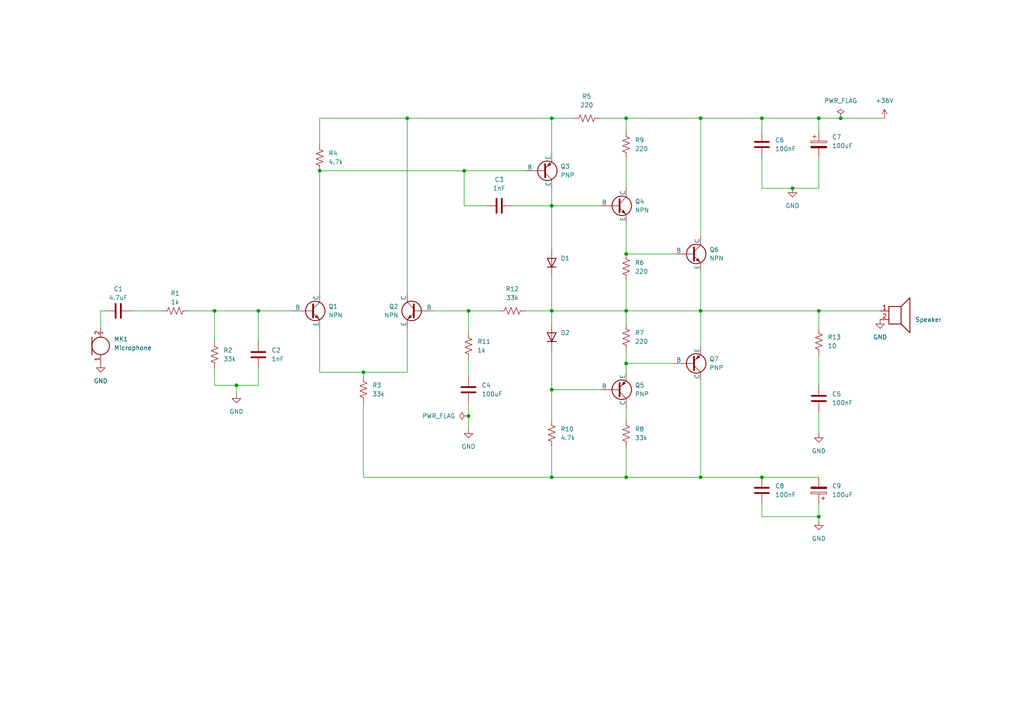
<source format=kicad_sch>
(kicad_sch
	(version 20231120)
	(generator "eeschema")
	(generator_version "8.0")
	(uuid "0bec3c02-4160-445e-aabd-9a0a41f88e27")
	(paper "A4")
	(title_block
		(title "Mono Amplifier Transistor ")
		(date "2024-07-15")
		(company "Prince Lee Muhera")
	)
	(lib_symbols
		(symbol "Device:C"
			(pin_numbers hide)
			(pin_names
				(offset 0.254)
			)
			(exclude_from_sim no)
			(in_bom yes)
			(on_board yes)
			(property "Reference" "C"
				(at 0.635 2.54 0)
				(effects
					(font
						(size 1.27 1.27)
					)
					(justify left)
				)
			)
			(property "Value" "C"
				(at 0.635 -2.54 0)
				(effects
					(font
						(size 1.27 1.27)
					)
					(justify left)
				)
			)
			(property "Footprint" ""
				(at 0.9652 -3.81 0)
				(effects
					(font
						(size 1.27 1.27)
					)
					(hide yes)
				)
			)
			(property "Datasheet" "~"
				(at 0 0 0)
				(effects
					(font
						(size 1.27 1.27)
					)
					(hide yes)
				)
			)
			(property "Description" "Unpolarized capacitor"
				(at 0 0 0)
				(effects
					(font
						(size 1.27 1.27)
					)
					(hide yes)
				)
			)
			(property "ki_keywords" "cap capacitor"
				(at 0 0 0)
				(effects
					(font
						(size 1.27 1.27)
					)
					(hide yes)
				)
			)
			(property "ki_fp_filters" "C_*"
				(at 0 0 0)
				(effects
					(font
						(size 1.27 1.27)
					)
					(hide yes)
				)
			)
			(symbol "C_0_1"
				(polyline
					(pts
						(xy -2.032 -0.762) (xy 2.032 -0.762)
					)
					(stroke
						(width 0.508)
						(type default)
					)
					(fill
						(type none)
					)
				)
				(polyline
					(pts
						(xy -2.032 0.762) (xy 2.032 0.762)
					)
					(stroke
						(width 0.508)
						(type default)
					)
					(fill
						(type none)
					)
				)
			)
			(symbol "C_1_1"
				(pin passive line
					(at 0 3.81 270)
					(length 2.794)
					(name "~"
						(effects
							(font
								(size 1.27 1.27)
							)
						)
					)
					(number "1"
						(effects
							(font
								(size 1.27 1.27)
							)
						)
					)
				)
				(pin passive line
					(at 0 -3.81 90)
					(length 2.794)
					(name "~"
						(effects
							(font
								(size 1.27 1.27)
							)
						)
					)
					(number "2"
						(effects
							(font
								(size 1.27 1.27)
							)
						)
					)
				)
			)
		)
		(symbol "Device:C_Polarized"
			(pin_numbers hide)
			(pin_names
				(offset 0.254)
			)
			(exclude_from_sim no)
			(in_bom yes)
			(on_board yes)
			(property "Reference" "C"
				(at 0.635 2.54 0)
				(effects
					(font
						(size 1.27 1.27)
					)
					(justify left)
				)
			)
			(property "Value" "C_Polarized"
				(at 0.635 -2.54 0)
				(effects
					(font
						(size 1.27 1.27)
					)
					(justify left)
				)
			)
			(property "Footprint" ""
				(at 0.9652 -3.81 0)
				(effects
					(font
						(size 1.27 1.27)
					)
					(hide yes)
				)
			)
			(property "Datasheet" "~"
				(at 0 0 0)
				(effects
					(font
						(size 1.27 1.27)
					)
					(hide yes)
				)
			)
			(property "Description" "Polarized capacitor"
				(at 0 0 0)
				(effects
					(font
						(size 1.27 1.27)
					)
					(hide yes)
				)
			)
			(property "ki_keywords" "cap capacitor"
				(at 0 0 0)
				(effects
					(font
						(size 1.27 1.27)
					)
					(hide yes)
				)
			)
			(property "ki_fp_filters" "CP_*"
				(at 0 0 0)
				(effects
					(font
						(size 1.27 1.27)
					)
					(hide yes)
				)
			)
			(symbol "C_Polarized_0_1"
				(rectangle
					(start -2.286 0.508)
					(end 2.286 1.016)
					(stroke
						(width 0)
						(type default)
					)
					(fill
						(type none)
					)
				)
				(polyline
					(pts
						(xy -1.778 2.286) (xy -0.762 2.286)
					)
					(stroke
						(width 0)
						(type default)
					)
					(fill
						(type none)
					)
				)
				(polyline
					(pts
						(xy -1.27 2.794) (xy -1.27 1.778)
					)
					(stroke
						(width 0)
						(type default)
					)
					(fill
						(type none)
					)
				)
				(rectangle
					(start 2.286 -0.508)
					(end -2.286 -1.016)
					(stroke
						(width 0)
						(type default)
					)
					(fill
						(type outline)
					)
				)
			)
			(symbol "C_Polarized_1_1"
				(pin passive line
					(at 0 3.81 270)
					(length 2.794)
					(name "~"
						(effects
							(font
								(size 1.27 1.27)
							)
						)
					)
					(number "1"
						(effects
							(font
								(size 1.27 1.27)
							)
						)
					)
				)
				(pin passive line
					(at 0 -3.81 90)
					(length 2.794)
					(name "~"
						(effects
							(font
								(size 1.27 1.27)
							)
						)
					)
					(number "2"
						(effects
							(font
								(size 1.27 1.27)
							)
						)
					)
				)
			)
		)
		(symbol "Device:D"
			(pin_numbers hide)
			(pin_names
				(offset 1.016) hide)
			(exclude_from_sim no)
			(in_bom yes)
			(on_board yes)
			(property "Reference" "D"
				(at 0 2.54 0)
				(effects
					(font
						(size 1.27 1.27)
					)
				)
			)
			(property "Value" "D"
				(at 0 -2.54 0)
				(effects
					(font
						(size 1.27 1.27)
					)
				)
			)
			(property "Footprint" ""
				(at 0 0 0)
				(effects
					(font
						(size 1.27 1.27)
					)
					(hide yes)
				)
			)
			(property "Datasheet" "~"
				(at 0 0 0)
				(effects
					(font
						(size 1.27 1.27)
					)
					(hide yes)
				)
			)
			(property "Description" "Diode"
				(at 0 0 0)
				(effects
					(font
						(size 1.27 1.27)
					)
					(hide yes)
				)
			)
			(property "Sim.Device" "D"
				(at 0 0 0)
				(effects
					(font
						(size 1.27 1.27)
					)
					(hide yes)
				)
			)
			(property "Sim.Pins" "1=K 2=A"
				(at 0 0 0)
				(effects
					(font
						(size 1.27 1.27)
					)
					(hide yes)
				)
			)
			(property "ki_keywords" "diode"
				(at 0 0 0)
				(effects
					(font
						(size 1.27 1.27)
					)
					(hide yes)
				)
			)
			(property "ki_fp_filters" "TO-???* *_Diode_* *SingleDiode* D_*"
				(at 0 0 0)
				(effects
					(font
						(size 1.27 1.27)
					)
					(hide yes)
				)
			)
			(symbol "D_0_1"
				(polyline
					(pts
						(xy -1.27 1.27) (xy -1.27 -1.27)
					)
					(stroke
						(width 0.254)
						(type default)
					)
					(fill
						(type none)
					)
				)
				(polyline
					(pts
						(xy 1.27 0) (xy -1.27 0)
					)
					(stroke
						(width 0)
						(type default)
					)
					(fill
						(type none)
					)
				)
				(polyline
					(pts
						(xy 1.27 1.27) (xy 1.27 -1.27) (xy -1.27 0) (xy 1.27 1.27)
					)
					(stroke
						(width 0.254)
						(type default)
					)
					(fill
						(type none)
					)
				)
			)
			(symbol "D_1_1"
				(pin passive line
					(at -3.81 0 0)
					(length 2.54)
					(name "K"
						(effects
							(font
								(size 1.27 1.27)
							)
						)
					)
					(number "1"
						(effects
							(font
								(size 1.27 1.27)
							)
						)
					)
				)
				(pin passive line
					(at 3.81 0 180)
					(length 2.54)
					(name "A"
						(effects
							(font
								(size 1.27 1.27)
							)
						)
					)
					(number "2"
						(effects
							(font
								(size 1.27 1.27)
							)
						)
					)
				)
			)
		)
		(symbol "Device:Microphone"
			(pin_names
				(offset 0.0254) hide)
			(exclude_from_sim no)
			(in_bom yes)
			(on_board yes)
			(property "Reference" "MK"
				(at -3.81 1.27 0)
				(effects
					(font
						(size 1.27 1.27)
					)
					(justify right)
				)
			)
			(property "Value" "Microphone"
				(at -3.81 -0.635 0)
				(effects
					(font
						(size 1.27 1.27)
					)
					(justify right)
				)
			)
			(property "Footprint" ""
				(at 0 2.54 90)
				(effects
					(font
						(size 1.27 1.27)
					)
					(hide yes)
				)
			)
			(property "Datasheet" "~"
				(at 0 2.54 90)
				(effects
					(font
						(size 1.27 1.27)
					)
					(hide yes)
				)
			)
			(property "Description" "Microphone"
				(at 0 0 0)
				(effects
					(font
						(size 1.27 1.27)
					)
					(hide yes)
				)
			)
			(property "ki_keywords" "microphone"
				(at 0 0 0)
				(effects
					(font
						(size 1.27 1.27)
					)
					(hide yes)
				)
			)
			(symbol "Microphone_0_1"
				(polyline
					(pts
						(xy -2.54 2.54) (xy -2.54 -2.54)
					)
					(stroke
						(width 0.254)
						(type default)
					)
					(fill
						(type none)
					)
				)
				(polyline
					(pts
						(xy 0.254 3.81) (xy 0.762 3.81)
					)
					(stroke
						(width 0)
						(type default)
					)
					(fill
						(type none)
					)
				)
				(polyline
					(pts
						(xy 0.508 4.064) (xy 0.508 3.556)
					)
					(stroke
						(width 0)
						(type default)
					)
					(fill
						(type none)
					)
				)
				(circle
					(center 0 0)
					(radius 2.54)
					(stroke
						(width 0.254)
						(type default)
					)
					(fill
						(type none)
					)
				)
			)
			(symbol "Microphone_1_1"
				(pin passive line
					(at 0 -5.08 90)
					(length 2.54)
					(name "-"
						(effects
							(font
								(size 1.27 1.27)
							)
						)
					)
					(number "1"
						(effects
							(font
								(size 1.27 1.27)
							)
						)
					)
				)
				(pin passive line
					(at 0 5.08 270)
					(length 2.54)
					(name "+"
						(effects
							(font
								(size 1.27 1.27)
							)
						)
					)
					(number "2"
						(effects
							(font
								(size 1.27 1.27)
							)
						)
					)
				)
			)
		)
		(symbol "Device:R_US"
			(pin_numbers hide)
			(pin_names
				(offset 0)
			)
			(exclude_from_sim no)
			(in_bom yes)
			(on_board yes)
			(property "Reference" "R"
				(at 2.54 0 90)
				(effects
					(font
						(size 1.27 1.27)
					)
				)
			)
			(property "Value" "R_US"
				(at -2.54 0 90)
				(effects
					(font
						(size 1.27 1.27)
					)
				)
			)
			(property "Footprint" ""
				(at 1.016 -0.254 90)
				(effects
					(font
						(size 1.27 1.27)
					)
					(hide yes)
				)
			)
			(property "Datasheet" "~"
				(at 0 0 0)
				(effects
					(font
						(size 1.27 1.27)
					)
					(hide yes)
				)
			)
			(property "Description" "Resistor, US symbol"
				(at 0 0 0)
				(effects
					(font
						(size 1.27 1.27)
					)
					(hide yes)
				)
			)
			(property "ki_keywords" "R res resistor"
				(at 0 0 0)
				(effects
					(font
						(size 1.27 1.27)
					)
					(hide yes)
				)
			)
			(property "ki_fp_filters" "R_*"
				(at 0 0 0)
				(effects
					(font
						(size 1.27 1.27)
					)
					(hide yes)
				)
			)
			(symbol "R_US_0_1"
				(polyline
					(pts
						(xy 0 -2.286) (xy 0 -2.54)
					)
					(stroke
						(width 0)
						(type default)
					)
					(fill
						(type none)
					)
				)
				(polyline
					(pts
						(xy 0 2.286) (xy 0 2.54)
					)
					(stroke
						(width 0)
						(type default)
					)
					(fill
						(type none)
					)
				)
				(polyline
					(pts
						(xy 0 -0.762) (xy 1.016 -1.143) (xy 0 -1.524) (xy -1.016 -1.905) (xy 0 -2.286)
					)
					(stroke
						(width 0)
						(type default)
					)
					(fill
						(type none)
					)
				)
				(polyline
					(pts
						(xy 0 0.762) (xy 1.016 0.381) (xy 0 0) (xy -1.016 -0.381) (xy 0 -0.762)
					)
					(stroke
						(width 0)
						(type default)
					)
					(fill
						(type none)
					)
				)
				(polyline
					(pts
						(xy 0 2.286) (xy 1.016 1.905) (xy 0 1.524) (xy -1.016 1.143) (xy 0 0.762)
					)
					(stroke
						(width 0)
						(type default)
					)
					(fill
						(type none)
					)
				)
			)
			(symbol "R_US_1_1"
				(pin passive line
					(at 0 3.81 270)
					(length 1.27)
					(name "~"
						(effects
							(font
								(size 1.27 1.27)
							)
						)
					)
					(number "1"
						(effects
							(font
								(size 1.27 1.27)
							)
						)
					)
				)
				(pin passive line
					(at 0 -3.81 90)
					(length 1.27)
					(name "~"
						(effects
							(font
								(size 1.27 1.27)
							)
						)
					)
					(number "2"
						(effects
							(font
								(size 1.27 1.27)
							)
						)
					)
				)
			)
		)
		(symbol "Device:Speaker"
			(pin_names
				(offset 0) hide)
			(exclude_from_sim no)
			(in_bom yes)
			(on_board yes)
			(property "Reference" "LS"
				(at 1.27 5.715 0)
				(effects
					(font
						(size 1.27 1.27)
					)
					(justify right)
				)
			)
			(property "Value" "Speaker"
				(at 1.27 3.81 0)
				(effects
					(font
						(size 1.27 1.27)
					)
					(justify right)
				)
			)
			(property "Footprint" ""
				(at 0 -5.08 0)
				(effects
					(font
						(size 1.27 1.27)
					)
					(hide yes)
				)
			)
			(property "Datasheet" "~"
				(at -0.254 -1.27 0)
				(effects
					(font
						(size 1.27 1.27)
					)
					(hide yes)
				)
			)
			(property "Description" "Speaker"
				(at 0 0 0)
				(effects
					(font
						(size 1.27 1.27)
					)
					(hide yes)
				)
			)
			(property "ki_keywords" "speaker sound"
				(at 0 0 0)
				(effects
					(font
						(size 1.27 1.27)
					)
					(hide yes)
				)
			)
			(symbol "Speaker_0_0"
				(rectangle
					(start -2.54 1.27)
					(end 1.016 -3.81)
					(stroke
						(width 0.254)
						(type default)
					)
					(fill
						(type none)
					)
				)
				(polyline
					(pts
						(xy 1.016 1.27) (xy 3.556 3.81) (xy 3.556 -6.35) (xy 1.016 -3.81)
					)
					(stroke
						(width 0.254)
						(type default)
					)
					(fill
						(type none)
					)
				)
			)
			(symbol "Speaker_1_1"
				(pin input line
					(at -5.08 0 0)
					(length 2.54)
					(name "1"
						(effects
							(font
								(size 1.27 1.27)
							)
						)
					)
					(number "1"
						(effects
							(font
								(size 1.27 1.27)
							)
						)
					)
				)
				(pin input line
					(at -5.08 -2.54 0)
					(length 2.54)
					(name "2"
						(effects
							(font
								(size 1.27 1.27)
							)
						)
					)
					(number "2"
						(effects
							(font
								(size 1.27 1.27)
							)
						)
					)
				)
			)
		)
		(symbol "Simulation_SPICE:NPN"
			(pin_numbers hide)
			(pin_names
				(offset 0)
			)
			(exclude_from_sim no)
			(in_bom yes)
			(on_board yes)
			(property "Reference" "Q"
				(at -2.54 7.62 0)
				(effects
					(font
						(size 1.27 1.27)
					)
				)
			)
			(property "Value" "NPN"
				(at -2.54 5.08 0)
				(effects
					(font
						(size 1.27 1.27)
					)
				)
			)
			(property "Footprint" ""
				(at 63.5 0 0)
				(effects
					(font
						(size 1.27 1.27)
					)
					(hide yes)
				)
			)
			(property "Datasheet" "https://ngspice.sourceforge.io/docs/ngspice-html-manual/manual.xhtml#cha_BJTs"
				(at 63.5 0 0)
				(effects
					(font
						(size 1.27 1.27)
					)
					(hide yes)
				)
			)
			(property "Description" "Bipolar transistor symbol for simulation only, substrate tied to the emitter"
				(at 0 0 0)
				(effects
					(font
						(size 1.27 1.27)
					)
					(hide yes)
				)
			)
			(property "Sim.Device" "NPN"
				(at 0 0 0)
				(effects
					(font
						(size 1.27 1.27)
					)
					(hide yes)
				)
			)
			(property "Sim.Type" "GUMMELPOON"
				(at 0 0 0)
				(effects
					(font
						(size 1.27 1.27)
					)
					(hide yes)
				)
			)
			(property "Sim.Pins" "1=C 2=B 3=E"
				(at 0 0 0)
				(effects
					(font
						(size 1.27 1.27)
					)
					(hide yes)
				)
			)
			(property "ki_keywords" "simulation"
				(at 0 0 0)
				(effects
					(font
						(size 1.27 1.27)
					)
					(hide yes)
				)
			)
			(symbol "NPN_0_1"
				(polyline
					(pts
						(xy -2.54 0) (xy 0.635 0)
					)
					(stroke
						(width 0.1524)
						(type default)
					)
					(fill
						(type none)
					)
				)
				(polyline
					(pts
						(xy 0.635 0.635) (xy 2.54 2.54)
					)
					(stroke
						(width 0)
						(type default)
					)
					(fill
						(type none)
					)
				)
				(polyline
					(pts
						(xy 2.794 -1.27) (xy 2.794 -1.27)
					)
					(stroke
						(width 0.1524)
						(type default)
					)
					(fill
						(type none)
					)
				)
				(polyline
					(pts
						(xy 2.794 -1.27) (xy 2.794 -1.27)
					)
					(stroke
						(width 0.1524)
						(type default)
					)
					(fill
						(type none)
					)
				)
				(polyline
					(pts
						(xy 0.635 -0.635) (xy 2.54 -2.54) (xy 2.54 -2.54)
					)
					(stroke
						(width 0)
						(type default)
					)
					(fill
						(type none)
					)
				)
				(polyline
					(pts
						(xy 0.635 1.905) (xy 0.635 -1.905) (xy 0.635 -1.905)
					)
					(stroke
						(width 0.508)
						(type default)
					)
					(fill
						(type none)
					)
				)
				(polyline
					(pts
						(xy 1.27 -1.778) (xy 1.778 -1.27) (xy 2.286 -2.286) (xy 1.27 -1.778) (xy 1.27 -1.778)
					)
					(stroke
						(width 0)
						(type default)
					)
					(fill
						(type outline)
					)
				)
				(circle
					(center 1.27 0)
					(radius 2.8194)
					(stroke
						(width 0.254)
						(type default)
					)
					(fill
						(type none)
					)
				)
			)
			(symbol "NPN_1_1"
				(pin open_collector line
					(at 2.54 5.08 270)
					(length 2.54)
					(name "C"
						(effects
							(font
								(size 1.27 1.27)
							)
						)
					)
					(number "1"
						(effects
							(font
								(size 1.27 1.27)
							)
						)
					)
				)
				(pin input line
					(at -5.08 0 0)
					(length 2.54)
					(name "B"
						(effects
							(font
								(size 1.27 1.27)
							)
						)
					)
					(number "2"
						(effects
							(font
								(size 1.27 1.27)
							)
						)
					)
				)
				(pin open_emitter line
					(at 2.54 -5.08 90)
					(length 2.54)
					(name "E"
						(effects
							(font
								(size 1.27 1.27)
							)
						)
					)
					(number "3"
						(effects
							(font
								(size 1.27 1.27)
							)
						)
					)
				)
			)
		)
		(symbol "Simulation_SPICE:PNP"
			(pin_numbers hide)
			(pin_names
				(offset 0)
			)
			(exclude_from_sim no)
			(in_bom yes)
			(on_board yes)
			(property "Reference" "Q"
				(at -2.54 7.62 0)
				(effects
					(font
						(size 1.27 1.27)
					)
				)
			)
			(property "Value" "PNP"
				(at -2.54 5.08 0)
				(effects
					(font
						(size 1.27 1.27)
					)
				)
			)
			(property "Footprint" ""
				(at 35.56 0 0)
				(effects
					(font
						(size 1.27 1.27)
					)
					(hide yes)
				)
			)
			(property "Datasheet" "https://ngspice.sourceforge.io/docs/ngspice-html-manual/manual.xhtml#cha_BJTs"
				(at 35.56 0 0)
				(effects
					(font
						(size 1.27 1.27)
					)
					(hide yes)
				)
			)
			(property "Description" "Bipolar transistor symbol for simulation only, substrate tied to the emitter"
				(at 0 0 0)
				(effects
					(font
						(size 1.27 1.27)
					)
					(hide yes)
				)
			)
			(property "Sim.Device" "PNP"
				(at 0 0 0)
				(effects
					(font
						(size 1.27 1.27)
					)
					(hide yes)
				)
			)
			(property "Sim.Type" "GUMMELPOON"
				(at 0 0 0)
				(effects
					(font
						(size 1.27 1.27)
					)
					(hide yes)
				)
			)
			(property "Sim.Pins" "1=C 2=B 3=E"
				(at 0 0 0)
				(effects
					(font
						(size 1.27 1.27)
					)
					(hide yes)
				)
			)
			(property "ki_keywords" "simulation"
				(at 0 0 0)
				(effects
					(font
						(size 1.27 1.27)
					)
					(hide yes)
				)
			)
			(symbol "PNP_0_1"
				(polyline
					(pts
						(xy -2.54 0) (xy 0.635 0)
					)
					(stroke
						(width 0.1524)
						(type default)
					)
					(fill
						(type none)
					)
				)
				(polyline
					(pts
						(xy 0.635 0.635) (xy 2.54 2.54)
					)
					(stroke
						(width 0)
						(type default)
					)
					(fill
						(type none)
					)
				)
				(polyline
					(pts
						(xy 0.635 -0.635) (xy 2.54 -2.54) (xy 2.54 -2.54)
					)
					(stroke
						(width 0)
						(type default)
					)
					(fill
						(type none)
					)
				)
				(polyline
					(pts
						(xy 0.635 1.905) (xy 0.635 -1.905) (xy 0.635 -1.905)
					)
					(stroke
						(width 0.508)
						(type default)
					)
					(fill
						(type none)
					)
				)
				(polyline
					(pts
						(xy 2.286 -1.778) (xy 1.778 -2.286) (xy 1.27 -1.27) (xy 2.286 -1.778) (xy 2.286 -1.778)
					)
					(stroke
						(width 0)
						(type default)
					)
					(fill
						(type outline)
					)
				)
				(circle
					(center 1.27 0)
					(radius 2.8194)
					(stroke
						(width 0.254)
						(type default)
					)
					(fill
						(type none)
					)
				)
			)
			(symbol "PNP_1_1"
				(pin open_collector line
					(at 2.54 5.08 270)
					(length 2.54)
					(name "C"
						(effects
							(font
								(size 1.27 1.27)
							)
						)
					)
					(number "1"
						(effects
							(font
								(size 1.27 1.27)
							)
						)
					)
				)
				(pin input line
					(at -5.08 0 0)
					(length 2.54)
					(name "B"
						(effects
							(font
								(size 1.27 1.27)
							)
						)
					)
					(number "2"
						(effects
							(font
								(size 1.27 1.27)
							)
						)
					)
				)
				(pin open_emitter line
					(at 2.54 -5.08 90)
					(length 2.54)
					(name "E"
						(effects
							(font
								(size 1.27 1.27)
							)
						)
					)
					(number "3"
						(effects
							(font
								(size 1.27 1.27)
							)
						)
					)
				)
			)
		)
		(symbol "power:+36V"
			(power)
			(pin_numbers hide)
			(pin_names
				(offset 0) hide)
			(exclude_from_sim no)
			(in_bom yes)
			(on_board yes)
			(property "Reference" "#PWR"
				(at 0 -3.81 0)
				(effects
					(font
						(size 1.27 1.27)
					)
					(hide yes)
				)
			)
			(property "Value" "+36V"
				(at 0 3.556 0)
				(effects
					(font
						(size 1.27 1.27)
					)
				)
			)
			(property "Footprint" ""
				(at 0 0 0)
				(effects
					(font
						(size 1.27 1.27)
					)
					(hide yes)
				)
			)
			(property "Datasheet" ""
				(at 0 0 0)
				(effects
					(font
						(size 1.27 1.27)
					)
					(hide yes)
				)
			)
			(property "Description" "Power symbol creates a global label with name \"+36V\""
				(at 0 0 0)
				(effects
					(font
						(size 1.27 1.27)
					)
					(hide yes)
				)
			)
			(property "ki_keywords" "global power"
				(at 0 0 0)
				(effects
					(font
						(size 1.27 1.27)
					)
					(hide yes)
				)
			)
			(symbol "+36V_0_1"
				(polyline
					(pts
						(xy -0.762 1.27) (xy 0 2.54)
					)
					(stroke
						(width 0)
						(type default)
					)
					(fill
						(type none)
					)
				)
				(polyline
					(pts
						(xy 0 0) (xy 0 2.54)
					)
					(stroke
						(width 0)
						(type default)
					)
					(fill
						(type none)
					)
				)
				(polyline
					(pts
						(xy 0 2.54) (xy 0.762 1.27)
					)
					(stroke
						(width 0)
						(type default)
					)
					(fill
						(type none)
					)
				)
			)
			(symbol "+36V_1_1"
				(pin power_in line
					(at 0 0 90)
					(length 0)
					(name "~"
						(effects
							(font
								(size 1.27 1.27)
							)
						)
					)
					(number "1"
						(effects
							(font
								(size 1.27 1.27)
							)
						)
					)
				)
			)
		)
		(symbol "power:GND"
			(power)
			(pin_numbers hide)
			(pin_names
				(offset 0) hide)
			(exclude_from_sim no)
			(in_bom yes)
			(on_board yes)
			(property "Reference" "#PWR"
				(at 0 -6.35 0)
				(effects
					(font
						(size 1.27 1.27)
					)
					(hide yes)
				)
			)
			(property "Value" "GND"
				(at 0 -3.81 0)
				(effects
					(font
						(size 1.27 1.27)
					)
				)
			)
			(property "Footprint" ""
				(at 0 0 0)
				(effects
					(font
						(size 1.27 1.27)
					)
					(hide yes)
				)
			)
			(property "Datasheet" ""
				(at 0 0 0)
				(effects
					(font
						(size 1.27 1.27)
					)
					(hide yes)
				)
			)
			(property "Description" "Power symbol creates a global label with name \"GND\" , ground"
				(at 0 0 0)
				(effects
					(font
						(size 1.27 1.27)
					)
					(hide yes)
				)
			)
			(property "ki_keywords" "global power"
				(at 0 0 0)
				(effects
					(font
						(size 1.27 1.27)
					)
					(hide yes)
				)
			)
			(symbol "GND_0_1"
				(polyline
					(pts
						(xy 0 0) (xy 0 -1.27) (xy 1.27 -1.27) (xy 0 -2.54) (xy -1.27 -1.27) (xy 0 -1.27)
					)
					(stroke
						(width 0)
						(type default)
					)
					(fill
						(type none)
					)
				)
			)
			(symbol "GND_1_1"
				(pin power_in line
					(at 0 0 270)
					(length 0)
					(name "~"
						(effects
							(font
								(size 1.27 1.27)
							)
						)
					)
					(number "1"
						(effects
							(font
								(size 1.27 1.27)
							)
						)
					)
				)
			)
		)
		(symbol "power:PWR_FLAG"
			(power)
			(pin_numbers hide)
			(pin_names
				(offset 0) hide)
			(exclude_from_sim no)
			(in_bom yes)
			(on_board yes)
			(property "Reference" "#FLG"
				(at 0 1.905 0)
				(effects
					(font
						(size 1.27 1.27)
					)
					(hide yes)
				)
			)
			(property "Value" "PWR_FLAG"
				(at 0 3.81 0)
				(effects
					(font
						(size 1.27 1.27)
					)
				)
			)
			(property "Footprint" ""
				(at 0 0 0)
				(effects
					(font
						(size 1.27 1.27)
					)
					(hide yes)
				)
			)
			(property "Datasheet" "~"
				(at 0 0 0)
				(effects
					(font
						(size 1.27 1.27)
					)
					(hide yes)
				)
			)
			(property "Description" "Special symbol for telling ERC where power comes from"
				(at 0 0 0)
				(effects
					(font
						(size 1.27 1.27)
					)
					(hide yes)
				)
			)
			(property "ki_keywords" "flag power"
				(at 0 0 0)
				(effects
					(font
						(size 1.27 1.27)
					)
					(hide yes)
				)
			)
			(symbol "PWR_FLAG_0_0"
				(pin power_out line
					(at 0 0 90)
					(length 0)
					(name "~"
						(effects
							(font
								(size 1.27 1.27)
							)
						)
					)
					(number "1"
						(effects
							(font
								(size 1.27 1.27)
							)
						)
					)
				)
			)
			(symbol "PWR_FLAG_0_1"
				(polyline
					(pts
						(xy 0 0) (xy 0 1.27) (xy -1.016 1.905) (xy 0 2.54) (xy 1.016 1.905) (xy 0 1.27)
					)
					(stroke
						(width 0)
						(type default)
					)
					(fill
						(type none)
					)
				)
			)
		)
	)
	(junction
		(at 105.41 107.95)
		(diameter 0)
		(color 0 0 0 0)
		(uuid "09aa3a48-b5d3-4e51-8630-e236115c9dcc")
	)
	(junction
		(at 237.49 34.29)
		(diameter 0)
		(color 0 0 0 0)
		(uuid "10e1ef16-0831-4508-b917-ea38ce776fa2")
	)
	(junction
		(at 181.61 73.66)
		(diameter 0)
		(color 0 0 0 0)
		(uuid "13b6c490-8091-4812-bf71-e1d7a5fb356d")
	)
	(junction
		(at 160.02 34.29)
		(diameter 0)
		(color 0 0 0 0)
		(uuid "191e1036-7631-4157-bf58-655445c29f52")
	)
	(junction
		(at 220.98 138.43)
		(diameter 0)
		(color 0 0 0 0)
		(uuid "1de3ee17-b91e-458f-ad28-4db9f16ae7e8")
	)
	(junction
		(at 237.49 149.86)
		(diameter 0)
		(color 0 0 0 0)
		(uuid "3124a44a-e7c0-4c96-a430-be9d90ad2951")
	)
	(junction
		(at 237.49 90.17)
		(diameter 0)
		(color 0 0 0 0)
		(uuid "3163be83-9619-44b3-a26d-51b54e334bfa")
	)
	(junction
		(at 203.2 34.29)
		(diameter 0)
		(color 0 0 0 0)
		(uuid "36123227-ca67-4389-a057-16da0975d1b6")
	)
	(junction
		(at 134.62 49.53)
		(diameter 0)
		(color 0 0 0 0)
		(uuid "3cb8d9de-838a-4d11-8d49-857846a4f406")
	)
	(junction
		(at 62.23 90.17)
		(diameter 0)
		(color 0 0 0 0)
		(uuid "40cd3376-7a3e-4990-89b8-f50a855c9fd8")
	)
	(junction
		(at 135.89 90.17)
		(diameter 0)
		(color 0 0 0 0)
		(uuid "46822aa4-50de-4e58-9cfe-dd6efb2d4de1")
	)
	(junction
		(at 243.84 34.29)
		(diameter 0)
		(color 0 0 0 0)
		(uuid "6874cbc6-2518-4695-b118-52516caf3964")
	)
	(junction
		(at 160.02 59.69)
		(diameter 0)
		(color 0 0 0 0)
		(uuid "6aa931ad-f463-4c4c-bb7f-9b90d44cf6cf")
	)
	(junction
		(at 160.02 113.03)
		(diameter 0)
		(color 0 0 0 0)
		(uuid "74573560-f875-4271-984c-c21e2d69e9c0")
	)
	(junction
		(at 160.02 90.17)
		(diameter 0)
		(color 0 0 0 0)
		(uuid "9a4aca1e-f254-475a-8b25-981660052dee")
	)
	(junction
		(at 181.61 105.41)
		(diameter 0)
		(color 0 0 0 0)
		(uuid "9fe23271-56f5-4b5c-8282-3ea0e4ba6486")
	)
	(junction
		(at 181.61 138.43)
		(diameter 0)
		(color 0 0 0 0)
		(uuid "a09dabf1-e944-4a2b-9a80-f61e7cba2742")
	)
	(junction
		(at 203.2 138.43)
		(diameter 0)
		(color 0 0 0 0)
		(uuid "a585e76b-ebbf-4dfe-a4e3-60de877afd4f")
	)
	(junction
		(at 181.61 34.29)
		(diameter 0)
		(color 0 0 0 0)
		(uuid "a886c197-4781-442a-a516-787587a15bc3")
	)
	(junction
		(at 92.71 49.53)
		(diameter 0)
		(color 0 0 0 0)
		(uuid "b7fe039b-b432-4d09-9330-d5543aab9eb4")
	)
	(junction
		(at 74.93 90.17)
		(diameter 0)
		(color 0 0 0 0)
		(uuid "ba9ac8ee-51ac-4cf5-94c3-66fbfc17b6fd")
	)
	(junction
		(at 68.58 111.76)
		(diameter 0)
		(color 0 0 0 0)
		(uuid "bc11e57d-c9bd-4d8d-9fce-70f93b5f6f24")
	)
	(junction
		(at 135.89 120.65)
		(diameter 0)
		(color 0 0 0 0)
		(uuid "c9211642-567e-4015-95dd-200cf4f73a28")
	)
	(junction
		(at 118.11 34.29)
		(diameter 0)
		(color 0 0 0 0)
		(uuid "c93e26d2-7543-44d2-951b-1160961a763e")
	)
	(junction
		(at 220.98 34.29)
		(diameter 0)
		(color 0 0 0 0)
		(uuid "d22df86c-3b6f-4123-8073-df81e3843f9e")
	)
	(junction
		(at 160.02 138.43)
		(diameter 0)
		(color 0 0 0 0)
		(uuid "d8f9ef20-578c-48d5-96b8-926aa4fff488")
	)
	(junction
		(at 229.87 54.61)
		(diameter 0)
		(color 0 0 0 0)
		(uuid "ecdac1e2-c683-4f45-bbe0-50001b2e9e3e")
	)
	(junction
		(at 203.2 90.17)
		(diameter 0)
		(color 0 0 0 0)
		(uuid "f057a771-d3d6-4cee-85c1-fc08c4fdad6f")
	)
	(junction
		(at 181.61 90.17)
		(diameter 0)
		(color 0 0 0 0)
		(uuid "f5a926a7-29e6-452a-b496-3fcfd19f1a37")
	)
	(wire
		(pts
			(xy 92.71 34.29) (xy 118.11 34.29)
		)
		(stroke
			(width 0)
			(type default)
		)
		(uuid "0080f3c1-c261-42fb-ba29-e5582e52caa0")
	)
	(wire
		(pts
			(xy 135.89 120.65) (xy 135.89 124.46)
		)
		(stroke
			(width 0)
			(type default)
		)
		(uuid "012ee5f4-612e-4d27-b502-bb58e91c8d99")
	)
	(wire
		(pts
			(xy 181.61 45.72) (xy 181.61 54.61)
		)
		(stroke
			(width 0)
			(type default)
		)
		(uuid "04f5298c-e51e-488c-82ef-017ccaffad87")
	)
	(wire
		(pts
			(xy 135.89 90.17) (xy 135.89 96.52)
		)
		(stroke
			(width 0)
			(type default)
		)
		(uuid "0bd483e2-bf4e-4198-b362-ac2e7210ec49")
	)
	(wire
		(pts
			(xy 62.23 111.76) (xy 68.58 111.76)
		)
		(stroke
			(width 0)
			(type default)
		)
		(uuid "0f1f279c-d935-45d2-afcc-e0c75e41fc7b")
	)
	(wire
		(pts
			(xy 118.11 34.29) (xy 118.11 85.09)
		)
		(stroke
			(width 0)
			(type default)
		)
		(uuid "0fb0128a-ffdd-4b64-8a8e-b907dfe99d73")
	)
	(wire
		(pts
			(xy 152.4 90.17) (xy 160.02 90.17)
		)
		(stroke
			(width 0)
			(type default)
		)
		(uuid "14a91d2f-e89c-42f1-8799-286c2eab9dcc")
	)
	(wire
		(pts
			(xy 62.23 90.17) (xy 74.93 90.17)
		)
		(stroke
			(width 0)
			(type default)
		)
		(uuid "188dc57a-ca9e-44ac-b273-0de5ef987df0")
	)
	(wire
		(pts
			(xy 203.2 78.74) (xy 203.2 90.17)
		)
		(stroke
			(width 0)
			(type default)
		)
		(uuid "1b63229c-d397-4be1-b99e-99d023bc846d")
	)
	(wire
		(pts
			(xy 68.58 111.76) (xy 68.58 114.3)
		)
		(stroke
			(width 0)
			(type default)
		)
		(uuid "1e975f90-05ef-4db1-b1b2-157360a69a19")
	)
	(wire
		(pts
			(xy 220.98 149.86) (xy 237.49 149.86)
		)
		(stroke
			(width 0)
			(type default)
		)
		(uuid "22c53515-e95d-48c6-b07d-cc07149d5aab")
	)
	(wire
		(pts
			(xy 181.61 138.43) (xy 203.2 138.43)
		)
		(stroke
			(width 0)
			(type default)
		)
		(uuid "2669c182-42eb-4055-b410-8fa597107d03")
	)
	(wire
		(pts
			(xy 92.71 41.91) (xy 92.71 34.29)
		)
		(stroke
			(width 0)
			(type default)
		)
		(uuid "2d85b85a-8512-4a77-b66e-ae82c74fceca")
	)
	(wire
		(pts
			(xy 203.2 110.49) (xy 203.2 138.43)
		)
		(stroke
			(width 0)
			(type default)
		)
		(uuid "2ea1976d-180e-4bc0-a125-07e0d7275b57")
	)
	(wire
		(pts
			(xy 92.71 95.25) (xy 92.71 107.95)
		)
		(stroke
			(width 0)
			(type default)
		)
		(uuid "3277f618-d5b2-4685-a0d1-279dc3c54e70")
	)
	(wire
		(pts
			(xy 237.49 34.29) (xy 243.84 34.29)
		)
		(stroke
			(width 0)
			(type default)
		)
		(uuid "34f3fc1b-48d6-4d4a-a5a0-5b04104f1ce5")
	)
	(wire
		(pts
			(xy 160.02 90.17) (xy 181.61 90.17)
		)
		(stroke
			(width 0)
			(type default)
		)
		(uuid "381e4406-6b1e-4b09-8f12-f14b7449af23")
	)
	(wire
		(pts
			(xy 160.02 34.29) (xy 166.37 34.29)
		)
		(stroke
			(width 0)
			(type default)
		)
		(uuid "3b73f1f1-9eed-4968-80ae-9e14aa3f8bea")
	)
	(wire
		(pts
			(xy 135.89 104.14) (xy 135.89 109.22)
		)
		(stroke
			(width 0)
			(type default)
		)
		(uuid "3ff9caaa-5493-4059-b68b-76c3fe055b83")
	)
	(wire
		(pts
			(xy 29.21 90.17) (xy 29.21 95.25)
		)
		(stroke
			(width 0)
			(type default)
		)
		(uuid "420228ca-286d-43c7-bc21-01932fbbb812")
	)
	(wire
		(pts
			(xy 160.02 138.43) (xy 181.61 138.43)
		)
		(stroke
			(width 0)
			(type default)
		)
		(uuid "4202f593-d92c-4bfb-b0fa-959ec0e051fd")
	)
	(wire
		(pts
			(xy 134.62 59.69) (xy 134.62 49.53)
		)
		(stroke
			(width 0)
			(type default)
		)
		(uuid "473c401b-9b9b-4d0e-9542-2d44979c89d5")
	)
	(wire
		(pts
			(xy 220.98 138.43) (xy 237.49 138.43)
		)
		(stroke
			(width 0)
			(type default)
		)
		(uuid "4860f117-abea-4ecd-907b-6ea098aa7387")
	)
	(wire
		(pts
			(xy 135.89 116.84) (xy 135.89 120.65)
		)
		(stroke
			(width 0)
			(type default)
		)
		(uuid "4d9daf97-403d-4033-bdc5-c0442d97b671")
	)
	(wire
		(pts
			(xy 181.61 129.54) (xy 181.61 138.43)
		)
		(stroke
			(width 0)
			(type default)
		)
		(uuid "51424589-a968-48e5-b0bc-2c5c0beb667c")
	)
	(wire
		(pts
			(xy 203.2 34.29) (xy 203.2 68.58)
		)
		(stroke
			(width 0)
			(type default)
		)
		(uuid "51742900-efb8-4ab1-a753-98639b231cc8")
	)
	(wire
		(pts
			(xy 237.49 119.38) (xy 237.49 125.73)
		)
		(stroke
			(width 0)
			(type default)
		)
		(uuid "51872ef5-789b-4626-8b4c-b0ba73909f61")
	)
	(wire
		(pts
			(xy 237.49 146.05) (xy 237.49 149.86)
		)
		(stroke
			(width 0)
			(type default)
		)
		(uuid "528ee657-0cf8-4b4f-a4cc-2316e5b43221")
	)
	(wire
		(pts
			(xy 105.41 109.22) (xy 105.41 107.95)
		)
		(stroke
			(width 0)
			(type default)
		)
		(uuid "536c67bd-042c-47eb-aad8-5285bfefbaea")
	)
	(wire
		(pts
			(xy 118.11 107.95) (xy 105.41 107.95)
		)
		(stroke
			(width 0)
			(type default)
		)
		(uuid "5497c388-6970-4070-b79d-74a8cd72461b")
	)
	(wire
		(pts
			(xy 118.11 95.25) (xy 118.11 107.95)
		)
		(stroke
			(width 0)
			(type default)
		)
		(uuid "55f9c154-4e33-4392-a235-1fbe92bb84d3")
	)
	(wire
		(pts
			(xy 237.49 34.29) (xy 237.49 38.1)
		)
		(stroke
			(width 0)
			(type default)
		)
		(uuid "57c077a6-c41c-4663-b68f-39b75c4a9434")
	)
	(wire
		(pts
			(xy 181.61 101.6) (xy 181.61 105.41)
		)
		(stroke
			(width 0)
			(type default)
		)
		(uuid "587b0700-41c2-471c-ae9e-4337ed1d39f2")
	)
	(wire
		(pts
			(xy 237.49 90.17) (xy 203.2 90.17)
		)
		(stroke
			(width 0)
			(type default)
		)
		(uuid "58cf56c4-6f34-40f1-afc7-ed6073c55506")
	)
	(wire
		(pts
			(xy 92.71 107.95) (xy 105.41 107.95)
		)
		(stroke
			(width 0)
			(type default)
		)
		(uuid "5999eb86-3e48-4f09-a0f1-1b1c3c2ec1f0")
	)
	(wire
		(pts
			(xy 203.2 90.17) (xy 181.61 90.17)
		)
		(stroke
			(width 0)
			(type default)
		)
		(uuid "59a341a4-5392-411a-a008-592edc3cf340")
	)
	(wire
		(pts
			(xy 237.49 34.29) (xy 220.98 34.29)
		)
		(stroke
			(width 0)
			(type default)
		)
		(uuid "59d01a02-825c-41c0-bb13-0367b7e0e942")
	)
	(wire
		(pts
			(xy 62.23 90.17) (xy 62.23 99.06)
		)
		(stroke
			(width 0)
			(type default)
		)
		(uuid "68284cc3-b0d7-4354-9a62-10c44cfcc922")
	)
	(wire
		(pts
			(xy 160.02 101.6) (xy 160.02 113.03)
		)
		(stroke
			(width 0)
			(type default)
		)
		(uuid "6d56ce9e-dba5-4405-958e-bbe636aa0ef7")
	)
	(wire
		(pts
			(xy 74.93 90.17) (xy 85.09 90.17)
		)
		(stroke
			(width 0)
			(type default)
		)
		(uuid "6fc89013-afe6-47a9-968e-56f619aa57a6")
	)
	(wire
		(pts
			(xy 220.98 54.61) (xy 229.87 54.61)
		)
		(stroke
			(width 0)
			(type default)
		)
		(uuid "7ac8697f-250f-4dc5-a17a-f4af7e541837")
	)
	(wire
		(pts
			(xy 243.84 34.29) (xy 256.54 34.29)
		)
		(stroke
			(width 0)
			(type default)
		)
		(uuid "7bea49d8-515b-4729-9882-c7d3188cbe83")
	)
	(wire
		(pts
			(xy 62.23 106.68) (xy 62.23 111.76)
		)
		(stroke
			(width 0)
			(type default)
		)
		(uuid "7c726acf-a644-418a-b462-669a31618e92")
	)
	(wire
		(pts
			(xy 140.97 59.69) (xy 134.62 59.69)
		)
		(stroke
			(width 0)
			(type default)
		)
		(uuid "7f69e99a-98a6-4532-99ee-8ec1e439b45a")
	)
	(wire
		(pts
			(xy 160.02 90.17) (xy 160.02 93.98)
		)
		(stroke
			(width 0)
			(type default)
		)
		(uuid "808269a0-8e28-480c-a0b7-0a66d49cc3e6")
	)
	(wire
		(pts
			(xy 160.02 59.69) (xy 160.02 72.39)
		)
		(stroke
			(width 0)
			(type default)
		)
		(uuid "80fba21b-2c68-46e9-9ee3-6dd7d7a225c1")
	)
	(wire
		(pts
			(xy 220.98 34.29) (xy 203.2 34.29)
		)
		(stroke
			(width 0)
			(type default)
		)
		(uuid "880ac689-06c6-4bcb-b587-86e5f1a6f5de")
	)
	(wire
		(pts
			(xy 160.02 113.03) (xy 173.99 113.03)
		)
		(stroke
			(width 0)
			(type default)
		)
		(uuid "8be19e64-1694-4195-b8a9-78f389fd5227")
	)
	(wire
		(pts
			(xy 173.99 59.69) (xy 160.02 59.69)
		)
		(stroke
			(width 0)
			(type default)
		)
		(uuid "8d9f9c1d-405a-4864-b6c9-ac1b3eef0b5a")
	)
	(wire
		(pts
			(xy 29.21 90.17) (xy 30.48 90.17)
		)
		(stroke
			(width 0)
			(type default)
		)
		(uuid "918735ef-9013-4685-b0c0-e8ced4ea3f14")
	)
	(wire
		(pts
			(xy 135.89 90.17) (xy 144.78 90.17)
		)
		(stroke
			(width 0)
			(type default)
		)
		(uuid "91e19148-7154-4d07-9eeb-45be8a2ba1e0")
	)
	(wire
		(pts
			(xy 74.93 90.17) (xy 74.93 99.06)
		)
		(stroke
			(width 0)
			(type default)
		)
		(uuid "9297310e-863e-4fd8-85fd-70a9f5142416")
	)
	(wire
		(pts
			(xy 92.71 49.53) (xy 134.62 49.53)
		)
		(stroke
			(width 0)
			(type default)
		)
		(uuid "97d78617-bda3-4d28-9c91-86c480bf8717")
	)
	(wire
		(pts
			(xy 160.02 54.61) (xy 160.02 59.69)
		)
		(stroke
			(width 0)
			(type default)
		)
		(uuid "9a47b738-746d-4036-8331-1c9d3e354821")
	)
	(wire
		(pts
			(xy 160.02 113.03) (xy 160.02 121.92)
		)
		(stroke
			(width 0)
			(type default)
		)
		(uuid "9b17c4c6-1f3a-4f43-9eb8-5c945c5a0b4f")
	)
	(wire
		(pts
			(xy 173.99 34.29) (xy 181.61 34.29)
		)
		(stroke
			(width 0)
			(type default)
		)
		(uuid "9f71d88c-b760-4b88-bc3b-e8fc8ce013a5")
	)
	(wire
		(pts
			(xy 134.62 49.53) (xy 152.4 49.53)
		)
		(stroke
			(width 0)
			(type default)
		)
		(uuid "9fa9de84-7a73-473c-aed7-128c14d8c428")
	)
	(wire
		(pts
			(xy 220.98 38.1) (xy 220.98 34.29)
		)
		(stroke
			(width 0)
			(type default)
		)
		(uuid "a06fb8e4-b656-4014-81bb-b3d89b3c838b")
	)
	(wire
		(pts
			(xy 181.61 118.11) (xy 181.61 121.92)
		)
		(stroke
			(width 0)
			(type default)
		)
		(uuid "ad4a6c53-ca8e-4bff-a2a9-c2b6f5061fb2")
	)
	(wire
		(pts
			(xy 237.49 45.72) (xy 237.49 54.61)
		)
		(stroke
			(width 0)
			(type default)
		)
		(uuid "b0edd362-add5-460e-bc32-474bc875bad0")
	)
	(wire
		(pts
			(xy 118.11 34.29) (xy 160.02 34.29)
		)
		(stroke
			(width 0)
			(type default)
		)
		(uuid "b137dfe2-2b14-406b-9f02-88441f14ddcc")
	)
	(wire
		(pts
			(xy 237.49 90.17) (xy 255.27 90.17)
		)
		(stroke
			(width 0)
			(type default)
		)
		(uuid "b5e759ce-71ae-4e1a-8c33-57c4ff582da6")
	)
	(wire
		(pts
			(xy 181.61 105.41) (xy 195.58 105.41)
		)
		(stroke
			(width 0)
			(type default)
		)
		(uuid "b834eebe-2c6d-458e-86a1-80a11d40609b")
	)
	(wire
		(pts
			(xy 105.41 138.43) (xy 160.02 138.43)
		)
		(stroke
			(width 0)
			(type default)
		)
		(uuid "b9d9b8a4-0268-4182-8697-e5ebcc258949")
	)
	(wire
		(pts
			(xy 68.58 111.76) (xy 74.93 111.76)
		)
		(stroke
			(width 0)
			(type default)
		)
		(uuid "b9e44ec6-ad30-449b-b438-5f1491c34322")
	)
	(wire
		(pts
			(xy 181.61 90.17) (xy 181.61 93.98)
		)
		(stroke
			(width 0)
			(type default)
		)
		(uuid "c2978535-cfed-42a4-b07e-b5337c5d3c0d")
	)
	(wire
		(pts
			(xy 237.49 102.87) (xy 237.49 111.76)
		)
		(stroke
			(width 0)
			(type default)
		)
		(uuid "c4419012-2d78-4b28-a08d-607a2df596a3")
	)
	(wire
		(pts
			(xy 160.02 80.01) (xy 160.02 90.17)
		)
		(stroke
			(width 0)
			(type default)
		)
		(uuid "c4993066-3237-4715-9e4e-a416cbd303bd")
	)
	(wire
		(pts
			(xy 203.2 90.17) (xy 203.2 100.33)
		)
		(stroke
			(width 0)
			(type default)
		)
		(uuid "c68b992f-f7f4-4477-b0d7-58d3e414b0c2")
	)
	(wire
		(pts
			(xy 237.49 54.61) (xy 229.87 54.61)
		)
		(stroke
			(width 0)
			(type default)
		)
		(uuid "c709d340-29eb-4b25-ae0c-767aad9174ed")
	)
	(wire
		(pts
			(xy 220.98 146.05) (xy 220.98 149.86)
		)
		(stroke
			(width 0)
			(type default)
		)
		(uuid "d6199521-7a3d-47a1-a4d4-8b37d1b6df24")
	)
	(wire
		(pts
			(xy 125.73 90.17) (xy 135.89 90.17)
		)
		(stroke
			(width 0)
			(type default)
		)
		(uuid "d6cbfe7e-2966-4657-a603-cd2e0abd6ed4")
	)
	(wire
		(pts
			(xy 237.49 149.86) (xy 237.49 151.13)
		)
		(stroke
			(width 0)
			(type default)
		)
		(uuid "d97b37ea-4232-49ab-977c-90cd139363d0")
	)
	(wire
		(pts
			(xy 38.1 90.17) (xy 46.99 90.17)
		)
		(stroke
			(width 0)
			(type default)
		)
		(uuid "daf84ad9-b0b8-4195-abbd-a64ecc1653c5")
	)
	(wire
		(pts
			(xy 160.02 34.29) (xy 160.02 44.45)
		)
		(stroke
			(width 0)
			(type default)
		)
		(uuid "dccc0b49-cd46-444d-8ce8-8a63f4ddfd42")
	)
	(wire
		(pts
			(xy 181.61 105.41) (xy 181.61 107.95)
		)
		(stroke
			(width 0)
			(type default)
		)
		(uuid "dea624ed-68bd-4764-8e0a-64d8fe41d9fe")
	)
	(wire
		(pts
			(xy 181.61 73.66) (xy 195.58 73.66)
		)
		(stroke
			(width 0)
			(type default)
		)
		(uuid "e622e247-3395-4692-bb75-47054c0be405")
	)
	(wire
		(pts
			(xy 160.02 129.54) (xy 160.02 138.43)
		)
		(stroke
			(width 0)
			(type default)
		)
		(uuid "e71c9efc-6e67-4ff9-85c8-754b1d00b4a7")
	)
	(wire
		(pts
			(xy 54.61 90.17) (xy 62.23 90.17)
		)
		(stroke
			(width 0)
			(type default)
		)
		(uuid "e8ed96cc-a6a4-4092-a27c-7474d55d8eec")
	)
	(wire
		(pts
			(xy 220.98 45.72) (xy 220.98 54.61)
		)
		(stroke
			(width 0)
			(type default)
		)
		(uuid "ea8db58c-655c-483d-80d5-d734c24df59f")
	)
	(wire
		(pts
			(xy 105.41 116.84) (xy 105.41 138.43)
		)
		(stroke
			(width 0)
			(type default)
		)
		(uuid "ed875e0f-da1f-4990-acdd-2ce379fd53c8")
	)
	(wire
		(pts
			(xy 203.2 138.43) (xy 220.98 138.43)
		)
		(stroke
			(width 0)
			(type default)
		)
		(uuid "f18af7e6-809a-48f0-ac37-590179536a20")
	)
	(wire
		(pts
			(xy 181.61 34.29) (xy 181.61 38.1)
		)
		(stroke
			(width 0)
			(type default)
		)
		(uuid "f2860f8b-6422-482e-a427-035c20f8d8cf")
	)
	(wire
		(pts
			(xy 181.61 64.77) (xy 181.61 73.66)
		)
		(stroke
			(width 0)
			(type default)
		)
		(uuid "f5f9a5e5-3d21-4238-bfe0-ad99bb2a20d9")
	)
	(wire
		(pts
			(xy 181.61 81.28) (xy 181.61 90.17)
		)
		(stroke
			(width 0)
			(type default)
		)
		(uuid "f637f293-a57d-4ae6-badd-b4f292c478f2")
	)
	(wire
		(pts
			(xy 74.93 106.68) (xy 74.93 111.76)
		)
		(stroke
			(width 0)
			(type default)
		)
		(uuid "f879effe-1871-4004-b96f-419d6b77a5ac")
	)
	(wire
		(pts
			(xy 237.49 95.25) (xy 237.49 90.17)
		)
		(stroke
			(width 0)
			(type default)
		)
		(uuid "f92c4732-3251-4200-bea5-85c3a6f4fca3")
	)
	(wire
		(pts
			(xy 92.71 49.53) (xy 92.71 85.09)
		)
		(stroke
			(width 0)
			(type default)
		)
		(uuid "fa7bb0bd-7cf7-4b4a-943d-cf5318259932")
	)
	(wire
		(pts
			(xy 148.59 59.69) (xy 160.02 59.69)
		)
		(stroke
			(width 0)
			(type default)
		)
		(uuid "fbeaad4b-70e2-410f-9825-2ce8ccebbca4")
	)
	(wire
		(pts
			(xy 203.2 34.29) (xy 181.61 34.29)
		)
		(stroke
			(width 0)
			(type default)
		)
		(uuid "fcfe66cd-9a59-4d60-a45d-879aad75e58f")
	)
	(symbol
		(lib_id "Device:R_US")
		(at 181.61 125.73 180)
		(unit 1)
		(exclude_from_sim no)
		(in_bom yes)
		(on_board yes)
		(dnp no)
		(fields_autoplaced yes)
		(uuid "004638e2-c4f6-4517-aa0c-9ac3eeba8fb3")
		(property "Reference" "R8"
			(at 184.15 124.4599 0)
			(effects
				(font
					(size 1.27 1.27)
				)
				(justify right)
			)
		)
		(property "Value" "33k"
			(at 184.15 126.9999 0)
			(effects
				(font
					(size 1.27 1.27)
				)
				(justify right)
			)
		)
		(property "Footprint" ""
			(at 180.594 125.476 90)
			(effects
				(font
					(size 1.27 1.27)
				)
				(hide yes)
			)
		)
		(property "Datasheet" "~"
			(at 181.61 125.73 0)
			(effects
				(font
					(size 1.27 1.27)
				)
				(hide yes)
			)
		)
		(property "Description" "Resistor, US symbol"
			(at 181.61 125.73 0)
			(effects
				(font
					(size 1.27 1.27)
				)
				(hide yes)
			)
		)
		(pin "1"
			(uuid "fa230db5-bc44-41a2-8257-cf99be81b634")
		)
		(pin "2"
			(uuid "449c7fbd-b066-43d9-bfdb-58e752e9ff94")
		)
		(instances
			(project "Mono amplifier Transistor"
				(path "/0bec3c02-4160-445e-aabd-9a0a41f88e27"
					(reference "R8")
					(unit 1)
				)
			)
		)
	)
	(symbol
		(lib_id "power:GND")
		(at 29.21 105.41 0)
		(unit 1)
		(exclude_from_sim no)
		(in_bom yes)
		(on_board yes)
		(dnp no)
		(fields_autoplaced yes)
		(uuid "007a09f9-adb1-44d5-8c8c-32012bd67f63")
		(property "Reference" "#PWR07"
			(at 29.21 111.76 0)
			(effects
				(font
					(size 1.27 1.27)
				)
				(hide yes)
			)
		)
		(property "Value" "GND"
			(at 29.21 110.49 0)
			(effects
				(font
					(size 1.27 1.27)
				)
			)
		)
		(property "Footprint" ""
			(at 29.21 105.41 0)
			(effects
				(font
					(size 1.27 1.27)
				)
				(hide yes)
			)
		)
		(property "Datasheet" ""
			(at 29.21 105.41 0)
			(effects
				(font
					(size 1.27 1.27)
				)
				(hide yes)
			)
		)
		(property "Description" "Power symbol creates a global label with name \"GND\" , ground"
			(at 29.21 105.41 0)
			(effects
				(font
					(size 1.27 1.27)
				)
				(hide yes)
			)
		)
		(pin "1"
			(uuid "3354c5fb-f2da-4d81-936f-6a2d7c0957fd")
		)
		(instances
			(project "Mono amplifier Transistor"
				(path "/0bec3c02-4160-445e-aabd-9a0a41f88e27"
					(reference "#PWR07")
					(unit 1)
				)
			)
		)
	)
	(symbol
		(lib_id "Device:R_US")
		(at 181.61 41.91 180)
		(unit 1)
		(exclude_from_sim no)
		(in_bom yes)
		(on_board yes)
		(dnp no)
		(fields_autoplaced yes)
		(uuid "01fb2b96-33f7-4447-8e8f-44b7d30158dc")
		(property "Reference" "R9"
			(at 184.15 40.6399 0)
			(effects
				(font
					(size 1.27 1.27)
				)
				(justify right)
			)
		)
		(property "Value" "220"
			(at 184.15 43.1799 0)
			(effects
				(font
					(size 1.27 1.27)
				)
				(justify right)
			)
		)
		(property "Footprint" ""
			(at 180.594 41.656 90)
			(effects
				(font
					(size 1.27 1.27)
				)
				(hide yes)
			)
		)
		(property "Datasheet" "~"
			(at 181.61 41.91 0)
			(effects
				(font
					(size 1.27 1.27)
				)
				(hide yes)
			)
		)
		(property "Description" "Resistor, US symbol"
			(at 181.61 41.91 0)
			(effects
				(font
					(size 1.27 1.27)
				)
				(hide yes)
			)
		)
		(pin "1"
			(uuid "b54fb7d1-3b42-4c08-a000-6f5881765935")
		)
		(pin "2"
			(uuid "463f222d-e93d-4077-b4ee-50caad42ae49")
		)
		(instances
			(project "Mono amplifier Transistor"
				(path "/0bec3c02-4160-445e-aabd-9a0a41f88e27"
					(reference "R9")
					(unit 1)
				)
			)
		)
	)
	(symbol
		(lib_id "power:PWR_FLAG")
		(at 135.89 120.65 90)
		(unit 1)
		(exclude_from_sim no)
		(in_bom yes)
		(on_board yes)
		(dnp no)
		(fields_autoplaced yes)
		(uuid "0278c43c-01e6-47fb-8611-5cb9ea790e5d")
		(property "Reference" "#FLG01"
			(at 133.985 120.65 0)
			(effects
				(font
					(size 1.27 1.27)
				)
				(hide yes)
			)
		)
		(property "Value" "PWR_FLAG"
			(at 132.08 120.6499 90)
			(effects
				(font
					(size 1.27 1.27)
				)
				(justify left)
			)
		)
		(property "Footprint" ""
			(at 135.89 120.65 0)
			(effects
				(font
					(size 1.27 1.27)
				)
				(hide yes)
			)
		)
		(property "Datasheet" "~"
			(at 135.89 120.65 0)
			(effects
				(font
					(size 1.27 1.27)
				)
				(hide yes)
			)
		)
		(property "Description" "Special symbol for telling ERC where power comes from"
			(at 135.89 120.65 0)
			(effects
				(font
					(size 1.27 1.27)
				)
				(hide yes)
			)
		)
		(pin "1"
			(uuid "6a4d7bbd-358e-4708-970f-69e3f87c7d31")
		)
		(instances
			(project ""
				(path "/0bec3c02-4160-445e-aabd-9a0a41f88e27"
					(reference "#FLG01")
					(unit 1)
				)
			)
		)
	)
	(symbol
		(lib_id "Device:R_US")
		(at 148.59 90.17 270)
		(unit 1)
		(exclude_from_sim no)
		(in_bom yes)
		(on_board yes)
		(dnp no)
		(fields_autoplaced yes)
		(uuid "029d3c5b-10c1-4f84-aaca-5716c274f18e")
		(property "Reference" "R12"
			(at 148.59 83.82 90)
			(effects
				(font
					(size 1.27 1.27)
				)
			)
		)
		(property "Value" "33k"
			(at 148.59 86.36 90)
			(effects
				(font
					(size 1.27 1.27)
				)
			)
		)
		(property "Footprint" ""
			(at 148.336 91.186 90)
			(effects
				(font
					(size 1.27 1.27)
				)
				(hide yes)
			)
		)
		(property "Datasheet" "~"
			(at 148.59 90.17 0)
			(effects
				(font
					(size 1.27 1.27)
				)
				(hide yes)
			)
		)
		(property "Description" "Resistor, US symbol"
			(at 148.59 90.17 0)
			(effects
				(font
					(size 1.27 1.27)
				)
				(hide yes)
			)
		)
		(pin "1"
			(uuid "3fb630c1-ba48-4504-ab2c-f650ea87382a")
		)
		(pin "2"
			(uuid "b60353a6-5aec-4456-9f93-c96f7ffa48c8")
		)
		(instances
			(project "Mono amplifier Transistor"
				(path "/0bec3c02-4160-445e-aabd-9a0a41f88e27"
					(reference "R12")
					(unit 1)
				)
			)
		)
	)
	(symbol
		(lib_id "power:GND")
		(at 135.89 124.46 0)
		(unit 1)
		(exclude_from_sim no)
		(in_bom yes)
		(on_board yes)
		(dnp no)
		(fields_autoplaced yes)
		(uuid "0c5b4eb8-3be2-4761-b7d7-05327a3f626d")
		(property "Reference" "#PWR01"
			(at 135.89 130.81 0)
			(effects
				(font
					(size 1.27 1.27)
				)
				(hide yes)
			)
		)
		(property "Value" "GND"
			(at 135.89 129.54 0)
			(effects
				(font
					(size 1.27 1.27)
				)
			)
		)
		(property "Footprint" ""
			(at 135.89 124.46 0)
			(effects
				(font
					(size 1.27 1.27)
				)
				(hide yes)
			)
		)
		(property "Datasheet" ""
			(at 135.89 124.46 0)
			(effects
				(font
					(size 1.27 1.27)
				)
				(hide yes)
			)
		)
		(property "Description" "Power symbol creates a global label with name \"GND\" , ground"
			(at 135.89 124.46 0)
			(effects
				(font
					(size 1.27 1.27)
				)
				(hide yes)
			)
		)
		(pin "1"
			(uuid "10ec1666-a5fb-4b75-bddb-6a5bf3789c96")
		)
		(instances
			(project "Mono amplifier Transistor"
				(path "/0bec3c02-4160-445e-aabd-9a0a41f88e27"
					(reference "#PWR01")
					(unit 1)
				)
			)
		)
	)
	(symbol
		(lib_id "power:GND")
		(at 237.49 151.13 0)
		(unit 1)
		(exclude_from_sim no)
		(in_bom yes)
		(on_board yes)
		(dnp no)
		(fields_autoplaced yes)
		(uuid "121cd894-e532-4c80-a80d-1e86f02e1c63")
		(property "Reference" "#PWR04"
			(at 237.49 157.48 0)
			(effects
				(font
					(size 1.27 1.27)
				)
				(hide yes)
			)
		)
		(property "Value" "GND"
			(at 237.49 156.21 0)
			(effects
				(font
					(size 1.27 1.27)
				)
			)
		)
		(property "Footprint" ""
			(at 237.49 151.13 0)
			(effects
				(font
					(size 1.27 1.27)
				)
				(hide yes)
			)
		)
		(property "Datasheet" ""
			(at 237.49 151.13 0)
			(effects
				(font
					(size 1.27 1.27)
				)
				(hide yes)
			)
		)
		(property "Description" "Power symbol creates a global label with name \"GND\" , ground"
			(at 237.49 151.13 0)
			(effects
				(font
					(size 1.27 1.27)
				)
				(hide yes)
			)
		)
		(pin "1"
			(uuid "a4732851-857d-4a3a-9f1e-a4876aaa1be3")
		)
		(instances
			(project "Mono amplifier Transistor"
				(path "/0bec3c02-4160-445e-aabd-9a0a41f88e27"
					(reference "#PWR04")
					(unit 1)
				)
			)
		)
	)
	(symbol
		(lib_id "Simulation_SPICE:NPN")
		(at 200.66 73.66 0)
		(unit 1)
		(exclude_from_sim no)
		(in_bom yes)
		(on_board yes)
		(dnp no)
		(fields_autoplaced yes)
		(uuid "12327897-099b-41d9-a4cd-c4f44673419e")
		(property "Reference" "Q6"
			(at 205.74 72.3899 0)
			(effects
				(font
					(size 1.27 1.27)
				)
				(justify left)
			)
		)
		(property "Value" "NPN"
			(at 205.74 74.9299 0)
			(effects
				(font
					(size 1.27 1.27)
				)
				(justify left)
			)
		)
		(property "Footprint" ""
			(at 264.16 73.66 0)
			(effects
				(font
					(size 1.27 1.27)
				)
				(hide yes)
			)
		)
		(property "Datasheet" "https://ngspice.sourceforge.io/docs/ngspice-html-manual/manual.xhtml#cha_BJTs"
			(at 264.16 73.66 0)
			(effects
				(font
					(size 1.27 1.27)
				)
				(hide yes)
			)
		)
		(property "Description" "Bipolar transistor symbol for simulation only, substrate tied to the emitter"
			(at 200.66 73.66 0)
			(effects
				(font
					(size 1.27 1.27)
				)
				(hide yes)
			)
		)
		(property "Sim.Device" "NPN"
			(at 200.66 73.66 0)
			(effects
				(font
					(size 1.27 1.27)
				)
				(hide yes)
			)
		)
		(property "Sim.Type" "GUMMELPOON"
			(at 200.66 73.66 0)
			(effects
				(font
					(size 1.27 1.27)
				)
				(hide yes)
			)
		)
		(property "Sim.Pins" "1=C 2=B 3=E"
			(at 200.66 73.66 0)
			(effects
				(font
					(size 1.27 1.27)
				)
				(hide yes)
			)
		)
		(pin "3"
			(uuid "5542cdcb-5ca5-4b55-8126-a0999c6c294f")
		)
		(pin "1"
			(uuid "b0ed6bba-5eb0-44b8-845f-cd7370641ff1")
		)
		(pin "2"
			(uuid "31ec7dd9-b916-4801-8b77-3e131abaf5ec")
		)
		(instances
			(project ""
				(path "/0bec3c02-4160-445e-aabd-9a0a41f88e27"
					(reference "Q6")
					(unit 1)
				)
			)
		)
	)
	(symbol
		(lib_id "Device:R_US")
		(at 237.49 99.06 180)
		(unit 1)
		(exclude_from_sim no)
		(in_bom yes)
		(on_board yes)
		(dnp no)
		(fields_autoplaced yes)
		(uuid "15424050-07f6-42e9-806d-64ca4c464082")
		(property "Reference" "R13"
			(at 240.03 97.7899 0)
			(effects
				(font
					(size 1.27 1.27)
				)
				(justify right)
			)
		)
		(property "Value" "10"
			(at 240.03 100.3299 0)
			(effects
				(font
					(size 1.27 1.27)
				)
				(justify right)
			)
		)
		(property "Footprint" ""
			(at 236.474 98.806 90)
			(effects
				(font
					(size 1.27 1.27)
				)
				(hide yes)
			)
		)
		(property "Datasheet" "~"
			(at 237.49 99.06 0)
			(effects
				(font
					(size 1.27 1.27)
				)
				(hide yes)
			)
		)
		(property "Description" "Resistor, US symbol"
			(at 237.49 99.06 0)
			(effects
				(font
					(size 1.27 1.27)
				)
				(hide yes)
			)
		)
		(pin "1"
			(uuid "12922397-4e83-49bd-b126-88cca61e0d58")
		)
		(pin "2"
			(uuid "d7286230-8674-410c-b3b1-8f0ca94722ea")
		)
		(instances
			(project "Mono amplifier Transistor"
				(path "/0bec3c02-4160-445e-aabd-9a0a41f88e27"
					(reference "R13")
					(unit 1)
				)
			)
		)
	)
	(symbol
		(lib_id "power:+36V")
		(at 256.54 34.29 0)
		(unit 1)
		(exclude_from_sim no)
		(in_bom yes)
		(on_board yes)
		(dnp no)
		(fields_autoplaced yes)
		(uuid "202bd1ca-b814-476b-adbe-274d35ec046c")
		(property "Reference" "#PWR08"
			(at 256.54 38.1 0)
			(effects
				(font
					(size 1.27 1.27)
				)
				(hide yes)
			)
		)
		(property "Value" "+36V"
			(at 256.54 29.21 0)
			(effects
				(font
					(size 1.27 1.27)
				)
			)
		)
		(property "Footprint" ""
			(at 256.54 34.29 0)
			(effects
				(font
					(size 1.27 1.27)
				)
				(hide yes)
			)
		)
		(property "Datasheet" ""
			(at 256.54 34.29 0)
			(effects
				(font
					(size 1.27 1.27)
				)
				(hide yes)
			)
		)
		(property "Description" "Power symbol creates a global label with name \"+36V\""
			(at 256.54 34.29 0)
			(effects
				(font
					(size 1.27 1.27)
				)
				(hide yes)
			)
		)
		(pin "1"
			(uuid "a64c278d-ddfd-4a26-9be7-6295684d5c70")
		)
		(instances
			(project ""
				(path "/0bec3c02-4160-445e-aabd-9a0a41f88e27"
					(reference "#PWR08")
					(unit 1)
				)
			)
		)
	)
	(symbol
		(lib_id "Device:C")
		(at 34.29 90.17 90)
		(unit 1)
		(exclude_from_sim no)
		(in_bom yes)
		(on_board yes)
		(dnp no)
		(uuid "21610e4b-974d-4f66-a424-09289c0291f9")
		(property "Reference" "C1"
			(at 34.29 83.82 90)
			(effects
				(font
					(size 1.27 1.27)
				)
			)
		)
		(property "Value" "4.7uF"
			(at 34.29 86.36 90)
			(effects
				(font
					(size 1.27 1.27)
				)
			)
		)
		(property "Footprint" ""
			(at 38.1 89.2048 0)
			(effects
				(font
					(size 1.27 1.27)
				)
				(hide yes)
			)
		)
		(property "Datasheet" "~"
			(at 34.29 90.17 0)
			(effects
				(font
					(size 1.27 1.27)
				)
				(hide yes)
			)
		)
		(property "Description" "Unpolarized capacitor"
			(at 34.29 90.17 0)
			(effects
				(font
					(size 1.27 1.27)
				)
				(hide yes)
			)
		)
		(pin "2"
			(uuid "9576aa5c-d606-48da-85cb-4a35012f6278")
		)
		(pin "1"
			(uuid "b0a90481-c1b8-4344-8973-62259915b44d")
		)
		(instances
			(project ""
				(path "/0bec3c02-4160-445e-aabd-9a0a41f88e27"
					(reference "C1")
					(unit 1)
				)
			)
		)
	)
	(symbol
		(lib_id "Device:R_US")
		(at 181.61 97.79 180)
		(unit 1)
		(exclude_from_sim no)
		(in_bom yes)
		(on_board yes)
		(dnp no)
		(fields_autoplaced yes)
		(uuid "2a74e640-5ae8-4c78-9190-a43566777fb9")
		(property "Reference" "R7"
			(at 184.15 96.5199 0)
			(effects
				(font
					(size 1.27 1.27)
				)
				(justify right)
			)
		)
		(property "Value" "220"
			(at 184.15 99.0599 0)
			(effects
				(font
					(size 1.27 1.27)
				)
				(justify right)
			)
		)
		(property "Footprint" ""
			(at 180.594 97.536 90)
			(effects
				(font
					(size 1.27 1.27)
				)
				(hide yes)
			)
		)
		(property "Datasheet" "~"
			(at 181.61 97.79 0)
			(effects
				(font
					(size 1.27 1.27)
				)
				(hide yes)
			)
		)
		(property "Description" "Resistor, US symbol"
			(at 181.61 97.79 0)
			(effects
				(font
					(size 1.27 1.27)
				)
				(hide yes)
			)
		)
		(pin "1"
			(uuid "052785b6-aac6-414f-a004-d6840e4fec3b")
		)
		(pin "2"
			(uuid "b3c4c9e6-5aed-4fb5-970c-d28e8072869a")
		)
		(instances
			(project "Mono amplifier Transistor"
				(path "/0bec3c02-4160-445e-aabd-9a0a41f88e27"
					(reference "R7")
					(unit 1)
				)
			)
		)
	)
	(symbol
		(lib_id "Device:D")
		(at 160.02 76.2 90)
		(unit 1)
		(exclude_from_sim no)
		(in_bom yes)
		(on_board yes)
		(dnp no)
		(fields_autoplaced yes)
		(uuid "2c61c0c5-57db-4c57-9665-16cba2e879c1")
		(property "Reference" "D1"
			(at 162.56 74.9299 90)
			(effects
				(font
					(size 1.27 1.27)
				)
				(justify right)
			)
		)
		(property "Value" "D"
			(at 162.56 77.4699 90)
			(effects
				(font
					(size 1.27 1.27)
				)
				(justify right)
				(hide yes)
			)
		)
		(property "Footprint" ""
			(at 160.02 76.2 0)
			(effects
				(font
					(size 1.27 1.27)
				)
				(hide yes)
			)
		)
		(property "Datasheet" "~"
			(at 160.02 76.2 0)
			(effects
				(font
					(size 1.27 1.27)
				)
				(hide yes)
			)
		)
		(property "Description" "Diode"
			(at 160.02 76.2 0)
			(effects
				(font
					(size 1.27 1.27)
				)
				(hide yes)
			)
		)
		(property "Sim.Device" "D"
			(at 160.02 76.2 0)
			(effects
				(font
					(size 1.27 1.27)
				)
				(hide yes)
			)
		)
		(property "Sim.Pins" "1=K 2=A"
			(at 160.02 76.2 0)
			(effects
				(font
					(size 1.27 1.27)
				)
				(hide yes)
			)
		)
		(pin "1"
			(uuid "d542ac33-0a43-4d9e-bd75-34b87ccef317")
		)
		(pin "2"
			(uuid "bf7693df-1290-48bd-9f61-2b3a4648817e")
		)
		(instances
			(project ""
				(path "/0bec3c02-4160-445e-aabd-9a0a41f88e27"
					(reference "D1")
					(unit 1)
				)
			)
		)
	)
	(symbol
		(lib_id "Device:R_US")
		(at 105.41 113.03 180)
		(unit 1)
		(exclude_from_sim no)
		(in_bom yes)
		(on_board yes)
		(dnp no)
		(fields_autoplaced yes)
		(uuid "33de0876-ab35-4984-af2c-849a5ba86b2f")
		(property "Reference" "R3"
			(at 107.95 111.7599 0)
			(effects
				(font
					(size 1.27 1.27)
				)
				(justify right)
			)
		)
		(property "Value" "33k"
			(at 107.95 114.2999 0)
			(effects
				(font
					(size 1.27 1.27)
				)
				(justify right)
			)
		)
		(property "Footprint" ""
			(at 104.394 112.776 90)
			(effects
				(font
					(size 1.27 1.27)
				)
				(hide yes)
			)
		)
		(property "Datasheet" "~"
			(at 105.41 113.03 0)
			(effects
				(font
					(size 1.27 1.27)
				)
				(hide yes)
			)
		)
		(property "Description" "Resistor, US symbol"
			(at 105.41 113.03 0)
			(effects
				(font
					(size 1.27 1.27)
				)
				(hide yes)
			)
		)
		(pin "1"
			(uuid "bba69a8c-5fb1-4550-90de-f1903c4385a8")
		)
		(pin "2"
			(uuid "92c060cb-05f0-4c62-ba42-47967d6ef0ce")
		)
		(instances
			(project "Mono amplifier Transistor"
				(path "/0bec3c02-4160-445e-aabd-9a0a41f88e27"
					(reference "R3")
					(unit 1)
				)
			)
		)
	)
	(symbol
		(lib_id "Simulation_SPICE:NPN")
		(at 90.17 90.17 0)
		(unit 1)
		(exclude_from_sim no)
		(in_bom yes)
		(on_board yes)
		(dnp no)
		(fields_autoplaced yes)
		(uuid "341d0c0b-fd4d-4228-98d6-f0a5b49ed317")
		(property "Reference" "Q1"
			(at 95.25 88.8999 0)
			(effects
				(font
					(size 1.27 1.27)
				)
				(justify left)
			)
		)
		(property "Value" "NPN"
			(at 95.25 91.4399 0)
			(effects
				(font
					(size 1.27 1.27)
				)
				(justify left)
			)
		)
		(property "Footprint" ""
			(at 153.67 90.17 0)
			(effects
				(font
					(size 1.27 1.27)
				)
				(hide yes)
			)
		)
		(property "Datasheet" "https://ngspice.sourceforge.io/docs/ngspice-html-manual/manual.xhtml#cha_BJTs"
			(at 153.67 90.17 0)
			(effects
				(font
					(size 1.27 1.27)
				)
				(hide yes)
			)
		)
		(property "Description" "Bipolar transistor symbol for simulation only, substrate tied to the emitter"
			(at 90.17 90.17 0)
			(effects
				(font
					(size 1.27 1.27)
				)
				(hide yes)
			)
		)
		(property "Sim.Device" "NPN"
			(at 90.17 90.17 0)
			(effects
				(font
					(size 1.27 1.27)
				)
				(hide yes)
			)
		)
		(property "Sim.Type" "GUMMELPOON"
			(at 90.17 90.17 0)
			(effects
				(font
					(size 1.27 1.27)
				)
				(hide yes)
			)
		)
		(property "Sim.Pins" "1=C 2=B 3=E"
			(at 90.17 90.17 0)
			(effects
				(font
					(size 1.27 1.27)
				)
				(hide yes)
			)
		)
		(pin "3"
			(uuid "b20bc815-b1ec-4909-8d3e-1cfdbe27e495")
		)
		(pin "1"
			(uuid "d50110e8-23e7-4655-afc5-837c5a24f330")
		)
		(pin "2"
			(uuid "1b48508a-c772-4d3b-8a28-2a8aaa8e658c")
		)
		(instances
			(project "Mono amplifier Transistor"
				(path "/0bec3c02-4160-445e-aabd-9a0a41f88e27"
					(reference "Q1")
					(unit 1)
				)
			)
		)
	)
	(symbol
		(lib_id "Simulation_SPICE:PNP")
		(at 157.48 49.53 0)
		(mirror x)
		(unit 1)
		(exclude_from_sim no)
		(in_bom yes)
		(on_board yes)
		(dnp no)
		(fields_autoplaced yes)
		(uuid "47fc95c2-0bce-4d43-938b-1b8f30611d3c")
		(property "Reference" "Q3"
			(at 162.56 48.2599 0)
			(effects
				(font
					(size 1.27 1.27)
				)
				(justify left)
			)
		)
		(property "Value" "PNP"
			(at 162.56 50.7999 0)
			(effects
				(font
					(size 1.27 1.27)
				)
				(justify left)
			)
		)
		(property "Footprint" ""
			(at 193.04 49.53 0)
			(effects
				(font
					(size 1.27 1.27)
				)
				(hide yes)
			)
		)
		(property "Datasheet" "https://ngspice.sourceforge.io/docs/ngspice-html-manual/manual.xhtml#cha_BJTs"
			(at 193.04 49.53 0)
			(effects
				(font
					(size 1.27 1.27)
				)
				(hide yes)
			)
		)
		(property "Description" "Bipolar transistor symbol for simulation only, substrate tied to the emitter"
			(at 157.48 49.53 0)
			(effects
				(font
					(size 1.27 1.27)
				)
				(hide yes)
			)
		)
		(property "Sim.Device" "PNP"
			(at 157.48 49.53 0)
			(effects
				(font
					(size 1.27 1.27)
				)
				(hide yes)
			)
		)
		(property "Sim.Type" "GUMMELPOON"
			(at 157.48 49.53 0)
			(effects
				(font
					(size 1.27 1.27)
				)
				(hide yes)
			)
		)
		(property "Sim.Pins" "1=C 2=B 3=E"
			(at 157.48 49.53 0)
			(effects
				(font
					(size 1.27 1.27)
				)
				(hide yes)
			)
		)
		(pin "2"
			(uuid "8ed616c7-3670-4dba-9ad6-0e8267693a5b")
		)
		(pin "3"
			(uuid "3b4be73f-ea29-418c-bfd2-82a904bbc3fc")
		)
		(pin "1"
			(uuid "3f73b870-a2ee-4e5f-9276-ae8fd97d899a")
		)
		(instances
			(project ""
				(path "/0bec3c02-4160-445e-aabd-9a0a41f88e27"
					(reference "Q3")
					(unit 1)
				)
			)
		)
	)
	(symbol
		(lib_id "Device:Speaker")
		(at 260.35 90.17 0)
		(unit 1)
		(exclude_from_sim no)
		(in_bom yes)
		(on_board yes)
		(dnp no)
		(fields_autoplaced yes)
		(uuid "5607c441-bfdd-407e-a199-45f7b4e86fa9")
		(property "Reference" "LS1"
			(at 265.43 90.1699 0)
			(effects
				(font
					(size 1.27 1.27)
				)
				(justify left)
				(hide yes)
			)
		)
		(property "Value" "Speaker"
			(at 265.43 92.7099 0)
			(effects
				(font
					(size 1.27 1.27)
				)
				(justify left)
			)
		)
		(property "Footprint" ""
			(at 260.35 95.25 0)
			(effects
				(font
					(size 1.27 1.27)
				)
				(hide yes)
			)
		)
		(property "Datasheet" "~"
			(at 260.096 91.44 0)
			(effects
				(font
					(size 1.27 1.27)
				)
				(hide yes)
			)
		)
		(property "Description" "Speaker"
			(at 260.35 90.17 0)
			(effects
				(font
					(size 1.27 1.27)
				)
				(hide yes)
			)
		)
		(pin "2"
			(uuid "01dc0beb-a9f3-4325-b9b9-b0c2be2c98be")
		)
		(pin "1"
			(uuid "f6a0ea88-5c20-4b1f-acb8-06b931d50cb3")
		)
		(instances
			(project ""
				(path "/0bec3c02-4160-445e-aabd-9a0a41f88e27"
					(reference "LS1")
					(unit 1)
				)
			)
		)
	)
	(symbol
		(lib_id "power:GND")
		(at 229.87 54.61 0)
		(unit 1)
		(exclude_from_sim no)
		(in_bom yes)
		(on_board yes)
		(dnp no)
		(fields_autoplaced yes)
		(uuid "57aa39bb-8ddb-42a8-bd46-a4e27371ed54")
		(property "Reference" "#PWR05"
			(at 229.87 60.96 0)
			(effects
				(font
					(size 1.27 1.27)
				)
				(hide yes)
			)
		)
		(property "Value" "GND"
			(at 229.87 59.69 0)
			(effects
				(font
					(size 1.27 1.27)
				)
			)
		)
		(property "Footprint" ""
			(at 229.87 54.61 0)
			(effects
				(font
					(size 1.27 1.27)
				)
				(hide yes)
			)
		)
		(property "Datasheet" ""
			(at 229.87 54.61 0)
			(effects
				(font
					(size 1.27 1.27)
				)
				(hide yes)
			)
		)
		(property "Description" "Power symbol creates a global label with name \"GND\" , ground"
			(at 229.87 54.61 0)
			(effects
				(font
					(size 1.27 1.27)
				)
				(hide yes)
			)
		)
		(pin "1"
			(uuid "7bef95da-529a-405a-939f-9077937c4dd7")
		)
		(instances
			(project "Mono amplifier Transistor"
				(path "/0bec3c02-4160-445e-aabd-9a0a41f88e27"
					(reference "#PWR05")
					(unit 1)
				)
			)
		)
	)
	(symbol
		(lib_id "Simulation_SPICE:NPN")
		(at 120.65 90.17 0)
		(mirror y)
		(unit 1)
		(exclude_from_sim no)
		(in_bom yes)
		(on_board yes)
		(dnp no)
		(uuid "5cf8cb9e-de22-4872-bfc9-db3d3f696412")
		(property "Reference" "Q2"
			(at 115.57 88.8999 0)
			(effects
				(font
					(size 1.27 1.27)
				)
				(justify left)
			)
		)
		(property "Value" "NPN"
			(at 115.57 91.4399 0)
			(effects
				(font
					(size 1.27 1.27)
				)
				(justify left)
			)
		)
		(property "Footprint" ""
			(at 57.15 90.17 0)
			(effects
				(font
					(size 1.27 1.27)
				)
				(hide yes)
			)
		)
		(property "Datasheet" "https://ngspice.sourceforge.io/docs/ngspice-html-manual/manual.xhtml#cha_BJTs"
			(at 57.15 90.17 0)
			(effects
				(font
					(size 1.27 1.27)
				)
				(hide yes)
			)
		)
		(property "Description" "Bipolar transistor symbol for simulation only, substrate tied to the emitter"
			(at 120.65 90.17 0)
			(effects
				(font
					(size 1.27 1.27)
				)
				(hide yes)
			)
		)
		(property "Sim.Device" "NPN"
			(at 120.65 90.17 0)
			(effects
				(font
					(size 1.27 1.27)
				)
				(hide yes)
			)
		)
		(property "Sim.Type" "GUMMELPOON"
			(at 120.65 90.17 0)
			(effects
				(font
					(size 1.27 1.27)
				)
				(hide yes)
			)
		)
		(property "Sim.Pins" "1=C 2=B 3=E"
			(at 120.65 90.17 0)
			(effects
				(font
					(size 1.27 1.27)
				)
				(hide yes)
			)
		)
		(pin "3"
			(uuid "d679ef97-6c76-45e3-8106-2106abd1696e")
		)
		(pin "1"
			(uuid "dabd5676-d8d9-4c96-a8e2-9b5c2e5a8e06")
		)
		(pin "2"
			(uuid "f5dd9a47-0b1e-4c3a-bfec-692277af53cd")
		)
		(instances
			(project "Mono amplifier Transistor"
				(path "/0bec3c02-4160-445e-aabd-9a0a41f88e27"
					(reference "Q2")
					(unit 1)
				)
			)
		)
	)
	(symbol
		(lib_id "Device:R_US")
		(at 160.02 125.73 180)
		(unit 1)
		(exclude_from_sim no)
		(in_bom yes)
		(on_board yes)
		(dnp no)
		(fields_autoplaced yes)
		(uuid "6248333f-82b3-4da1-be6e-718d6de55768")
		(property "Reference" "R10"
			(at 162.56 124.4599 0)
			(effects
				(font
					(size 1.27 1.27)
				)
				(justify right)
			)
		)
		(property "Value" "4.7k"
			(at 162.56 126.9999 0)
			(effects
				(font
					(size 1.27 1.27)
				)
				(justify right)
			)
		)
		(property "Footprint" ""
			(at 159.004 125.476 90)
			(effects
				(font
					(size 1.27 1.27)
				)
				(hide yes)
			)
		)
		(property "Datasheet" "~"
			(at 160.02 125.73 0)
			(effects
				(font
					(size 1.27 1.27)
				)
				(hide yes)
			)
		)
		(property "Description" "Resistor, US symbol"
			(at 160.02 125.73 0)
			(effects
				(font
					(size 1.27 1.27)
				)
				(hide yes)
			)
		)
		(pin "1"
			(uuid "592cee9f-10cf-4880-b443-ab634e0131fa")
		)
		(pin "2"
			(uuid "c44301b0-668f-4e77-aca7-1e37917dd53e")
		)
		(instances
			(project "Mono amplifier Transistor"
				(path "/0bec3c02-4160-445e-aabd-9a0a41f88e27"
					(reference "R10")
					(unit 1)
				)
			)
		)
	)
	(symbol
		(lib_id "Device:C")
		(at 237.49 115.57 0)
		(unit 1)
		(exclude_from_sim no)
		(in_bom yes)
		(on_board yes)
		(dnp no)
		(fields_autoplaced yes)
		(uuid "68549b9d-ddee-4900-ac36-36629bd89d73")
		(property "Reference" "C5"
			(at 241.3 114.2999 0)
			(effects
				(font
					(size 1.27 1.27)
				)
				(justify left)
			)
		)
		(property "Value" "100nF"
			(at 241.3 116.8399 0)
			(effects
				(font
					(size 1.27 1.27)
				)
				(justify left)
			)
		)
		(property "Footprint" ""
			(at 238.4552 119.38 0)
			(effects
				(font
					(size 1.27 1.27)
				)
				(hide yes)
			)
		)
		(property "Datasheet" "~"
			(at 237.49 115.57 0)
			(effects
				(font
					(size 1.27 1.27)
				)
				(hide yes)
			)
		)
		(property "Description" "Unpolarized capacitor"
			(at 237.49 115.57 0)
			(effects
				(font
					(size 1.27 1.27)
				)
				(hide yes)
			)
		)
		(pin "2"
			(uuid "a1b22e04-4c50-4bf1-99ae-6283ca83efcb")
		)
		(pin "1"
			(uuid "958d5c33-0a62-4d8a-a69a-d4f51a7ebe74")
		)
		(instances
			(project "Mono amplifier Transistor"
				(path "/0bec3c02-4160-445e-aabd-9a0a41f88e27"
					(reference "C5")
					(unit 1)
				)
			)
		)
	)
	(symbol
		(lib_id "power:GND")
		(at 68.58 114.3 0)
		(unit 1)
		(exclude_from_sim no)
		(in_bom yes)
		(on_board yes)
		(dnp no)
		(fields_autoplaced yes)
		(uuid "6e13cfd9-dd23-4225-84dd-f8b561305fb5")
		(property "Reference" "#PWR02"
			(at 68.58 120.65 0)
			(effects
				(font
					(size 1.27 1.27)
				)
				(hide yes)
			)
		)
		(property "Value" "GND"
			(at 68.58 119.38 0)
			(effects
				(font
					(size 1.27 1.27)
				)
			)
		)
		(property "Footprint" ""
			(at 68.58 114.3 0)
			(effects
				(font
					(size 1.27 1.27)
				)
				(hide yes)
			)
		)
		(property "Datasheet" ""
			(at 68.58 114.3 0)
			(effects
				(font
					(size 1.27 1.27)
				)
				(hide yes)
			)
		)
		(property "Description" "Power symbol creates a global label with name \"GND\" , ground"
			(at 68.58 114.3 0)
			(effects
				(font
					(size 1.27 1.27)
				)
				(hide yes)
			)
		)
		(pin "1"
			(uuid "97d60894-9b52-413a-8a79-cd483b557b46")
		)
		(instances
			(project "Mono amplifier Transistor"
				(path "/0bec3c02-4160-445e-aabd-9a0a41f88e27"
					(reference "#PWR02")
					(unit 1)
				)
			)
		)
	)
	(symbol
		(lib_id "Device:R_US")
		(at 170.18 34.29 270)
		(unit 1)
		(exclude_from_sim no)
		(in_bom yes)
		(on_board yes)
		(dnp no)
		(fields_autoplaced yes)
		(uuid "75476445-2c7b-41a1-b52d-be5c3aa04961")
		(property "Reference" "R5"
			(at 170.18 27.94 90)
			(effects
				(font
					(size 1.27 1.27)
				)
			)
		)
		(property "Value" "220"
			(at 170.18 30.48 90)
			(effects
				(font
					(size 1.27 1.27)
				)
			)
		)
		(property "Footprint" ""
			(at 169.926 35.306 90)
			(effects
				(font
					(size 1.27 1.27)
				)
				(hide yes)
			)
		)
		(property "Datasheet" "~"
			(at 170.18 34.29 0)
			(effects
				(font
					(size 1.27 1.27)
				)
				(hide yes)
			)
		)
		(property "Description" "Resistor, US symbol"
			(at 170.18 34.29 0)
			(effects
				(font
					(size 1.27 1.27)
				)
				(hide yes)
			)
		)
		(pin "1"
			(uuid "22d07d54-03a6-4d87-8240-cf09ebd01cfc")
		)
		(pin "2"
			(uuid "73165d89-eb15-4db8-bd38-fca2244af759")
		)
		(instances
			(project "Mono amplifier Transistor"
				(path "/0bec3c02-4160-445e-aabd-9a0a41f88e27"
					(reference "R5")
					(unit 1)
				)
			)
		)
	)
	(symbol
		(lib_id "power:PWR_FLAG")
		(at 243.84 34.29 0)
		(unit 1)
		(exclude_from_sim no)
		(in_bom yes)
		(on_board yes)
		(dnp no)
		(fields_autoplaced yes)
		(uuid "883fd514-7287-44a9-a201-c7b6b58e7ce7")
		(property "Reference" "#FLG02"
			(at 243.84 32.385 0)
			(effects
				(font
					(size 1.27 1.27)
				)
				(hide yes)
			)
		)
		(property "Value" "PWR_FLAG"
			(at 243.84 29.21 0)
			(effects
				(font
					(size 1.27 1.27)
				)
			)
		)
		(property "Footprint" ""
			(at 243.84 34.29 0)
			(effects
				(font
					(size 1.27 1.27)
				)
				(hide yes)
			)
		)
		(property "Datasheet" "~"
			(at 243.84 34.29 0)
			(effects
				(font
					(size 1.27 1.27)
				)
				(hide yes)
			)
		)
		(property "Description" "Special symbol for telling ERC where power comes from"
			(at 243.84 34.29 0)
			(effects
				(font
					(size 1.27 1.27)
				)
				(hide yes)
			)
		)
		(pin "1"
			(uuid "7bf769f8-c67b-4ec5-b42e-c3c975758877")
		)
		(instances
			(project "Mono amplifier Transistor"
				(path "/0bec3c02-4160-445e-aabd-9a0a41f88e27"
					(reference "#FLG02")
					(unit 1)
				)
			)
		)
	)
	(symbol
		(lib_id "Device:C")
		(at 144.78 59.69 90)
		(unit 1)
		(exclude_from_sim no)
		(in_bom yes)
		(on_board yes)
		(dnp no)
		(fields_autoplaced yes)
		(uuid "8b915cb1-aa42-47cd-8048-15b732adeb2f")
		(property "Reference" "C3"
			(at 144.78 52.07 90)
			(effects
				(font
					(size 1.27 1.27)
				)
			)
		)
		(property "Value" "1nF"
			(at 144.78 54.61 90)
			(effects
				(font
					(size 1.27 1.27)
				)
			)
		)
		(property "Footprint" ""
			(at 148.59 58.7248 0)
			(effects
				(font
					(size 1.27 1.27)
				)
				(hide yes)
			)
		)
		(property "Datasheet" "~"
			(at 144.78 59.69 0)
			(effects
				(font
					(size 1.27 1.27)
				)
				(hide yes)
			)
		)
		(property "Description" "Unpolarized capacitor"
			(at 144.78 59.69 0)
			(effects
				(font
					(size 1.27 1.27)
				)
				(hide yes)
			)
		)
		(pin "2"
			(uuid "9dfc9053-9e29-49bd-9648-32a21c4a3401")
		)
		(pin "1"
			(uuid "684c1aed-7b1f-4fcf-a373-4290ecb835c9")
		)
		(instances
			(project "Mono amplifier Transistor"
				(path "/0bec3c02-4160-445e-aabd-9a0a41f88e27"
					(reference "C3")
					(unit 1)
				)
			)
		)
	)
	(symbol
		(lib_id "Device:C_Polarized")
		(at 237.49 142.24 180)
		(unit 1)
		(exclude_from_sim no)
		(in_bom yes)
		(on_board yes)
		(dnp no)
		(uuid "95bb37d9-656d-4c0e-ac97-c6275dee715d")
		(property "Reference" "C9"
			(at 241.3 140.97 0)
			(effects
				(font
					(size 1.27 1.27)
				)
				(justify right)
			)
		)
		(property "Value" "100uF"
			(at 241.3 143.51 0)
			(effects
				(font
					(size 1.27 1.27)
				)
				(justify right)
			)
		)
		(property "Footprint" ""
			(at 236.5248 138.43 0)
			(effects
				(font
					(size 1.27 1.27)
				)
				(hide yes)
			)
		)
		(property "Datasheet" "~"
			(at 237.49 142.24 0)
			(effects
				(font
					(size 1.27 1.27)
				)
				(hide yes)
			)
		)
		(property "Description" "Polarized capacitor"
			(at 237.49 142.24 0)
			(effects
				(font
					(size 1.27 1.27)
				)
				(hide yes)
			)
		)
		(pin "2"
			(uuid "b15e503c-1b61-48c3-888c-4a40a723ec7d")
		)
		(pin "1"
			(uuid "8b561a38-0a90-44cd-ae8d-7f2d7d6919b2")
		)
		(instances
			(project "Mono amplifier Transistor"
				(path "/0bec3c02-4160-445e-aabd-9a0a41f88e27"
					(reference "C9")
					(unit 1)
				)
			)
		)
	)
	(symbol
		(lib_id "Device:R_US")
		(at 92.71 45.72 180)
		(unit 1)
		(exclude_from_sim no)
		(in_bom yes)
		(on_board yes)
		(dnp no)
		(fields_autoplaced yes)
		(uuid "a0e757f8-a823-42ba-8d82-3af695f36a43")
		(property "Reference" "R4"
			(at 95.25 44.4499 0)
			(effects
				(font
					(size 1.27 1.27)
				)
				(justify right)
			)
		)
		(property "Value" "4.7k"
			(at 95.25 46.9899 0)
			(effects
				(font
					(size 1.27 1.27)
				)
				(justify right)
			)
		)
		(property "Footprint" ""
			(at 91.694 45.466 90)
			(effects
				(font
					(size 1.27 1.27)
				)
				(hide yes)
			)
		)
		(property "Datasheet" "~"
			(at 92.71 45.72 0)
			(effects
				(font
					(size 1.27 1.27)
				)
				(hide yes)
			)
		)
		(property "Description" "Resistor, US symbol"
			(at 92.71 45.72 0)
			(effects
				(font
					(size 1.27 1.27)
				)
				(hide yes)
			)
		)
		(pin "1"
			(uuid "b6da42cd-cf3c-43b3-922c-9695f358da11")
		)
		(pin "2"
			(uuid "9dd14611-822f-493a-96a4-36132565f67b")
		)
		(instances
			(project "Mono amplifier Transistor"
				(path "/0bec3c02-4160-445e-aabd-9a0a41f88e27"
					(reference "R4")
					(unit 1)
				)
			)
		)
	)
	(symbol
		(lib_id "Device:R_US")
		(at 50.8 90.17 90)
		(unit 1)
		(exclude_from_sim no)
		(in_bom yes)
		(on_board yes)
		(dnp no)
		(uuid "a8a18b07-947e-46c5-8b9c-ec5f5b570bae")
		(property "Reference" "R1"
			(at 50.8 85.09 90)
			(effects
				(font
					(size 1.27 1.27)
				)
			)
		)
		(property "Value" "1k"
			(at 50.8 87.63 90)
			(effects
				(font
					(size 1.27 1.27)
				)
			)
		)
		(property "Footprint" ""
			(at 51.054 89.154 90)
			(effects
				(font
					(size 1.27 1.27)
				)
				(hide yes)
			)
		)
		(property "Datasheet" "~"
			(at 50.8 90.17 0)
			(effects
				(font
					(size 1.27 1.27)
				)
				(hide yes)
			)
		)
		(property "Description" "Resistor, US symbol"
			(at 50.8 90.17 0)
			(effects
				(font
					(size 1.27 1.27)
				)
				(hide yes)
			)
		)
		(pin "1"
			(uuid "6d7f6ce3-3a48-4a72-91cc-4fb24eed83d6")
		)
		(pin "2"
			(uuid "bf95d071-a5a9-4b56-b838-ea43c74d0c9e")
		)
		(instances
			(project ""
				(path "/0bec3c02-4160-445e-aabd-9a0a41f88e27"
					(reference "R1")
					(unit 1)
				)
			)
		)
	)
	(symbol
		(lib_id "Device:D")
		(at 160.02 97.79 90)
		(unit 1)
		(exclude_from_sim no)
		(in_bom yes)
		(on_board yes)
		(dnp no)
		(fields_autoplaced yes)
		(uuid "afec116e-02ef-4e9a-b855-dae1fafd5e01")
		(property "Reference" "D2"
			(at 162.56 96.5199 90)
			(effects
				(font
					(size 1.27 1.27)
				)
				(justify right)
			)
		)
		(property "Value" "D"
			(at 162.56 99.0599 90)
			(effects
				(font
					(size 1.27 1.27)
				)
				(justify right)
				(hide yes)
			)
		)
		(property "Footprint" ""
			(at 160.02 97.79 0)
			(effects
				(font
					(size 1.27 1.27)
				)
				(hide yes)
			)
		)
		(property "Datasheet" "~"
			(at 160.02 97.79 0)
			(effects
				(font
					(size 1.27 1.27)
				)
				(hide yes)
			)
		)
		(property "Description" "Diode"
			(at 160.02 97.79 0)
			(effects
				(font
					(size 1.27 1.27)
				)
				(hide yes)
			)
		)
		(property "Sim.Device" "D"
			(at 160.02 97.79 0)
			(effects
				(font
					(size 1.27 1.27)
				)
				(hide yes)
			)
		)
		(property "Sim.Pins" "1=K 2=A"
			(at 160.02 97.79 0)
			(effects
				(font
					(size 1.27 1.27)
				)
				(hide yes)
			)
		)
		(pin "2"
			(uuid "fffdb04b-aeb9-4a89-a56c-b8b05753451f")
		)
		(pin "1"
			(uuid "6215a331-49a9-4c26-a50c-42c33e402b77")
		)
		(instances
			(project ""
				(path "/0bec3c02-4160-445e-aabd-9a0a41f88e27"
					(reference "D2")
					(unit 1)
				)
			)
		)
	)
	(symbol
		(lib_id "Device:C")
		(at 135.89 113.03 0)
		(unit 1)
		(exclude_from_sim no)
		(in_bom yes)
		(on_board yes)
		(dnp no)
		(fields_autoplaced yes)
		(uuid "b4915569-0db0-4dc8-93e2-f4e860f27b25")
		(property "Reference" "C4"
			(at 139.7 111.7599 0)
			(effects
				(font
					(size 1.27 1.27)
				)
				(justify left)
			)
		)
		(property "Value" "100uF"
			(at 139.7 114.2999 0)
			(effects
				(font
					(size 1.27 1.27)
				)
				(justify left)
			)
		)
		(property "Footprint" ""
			(at 136.8552 116.84 0)
			(effects
				(font
					(size 1.27 1.27)
				)
				(hide yes)
			)
		)
		(property "Datasheet" "~"
			(at 135.89 113.03 0)
			(effects
				(font
					(size 1.27 1.27)
				)
				(hide yes)
			)
		)
		(property "Description" "Unpolarized capacitor"
			(at 135.89 113.03 0)
			(effects
				(font
					(size 1.27 1.27)
				)
				(hide yes)
			)
		)
		(pin "2"
			(uuid "bd007aaa-de28-4853-b080-38c354afefd5")
		)
		(pin "1"
			(uuid "a603a137-bfda-46de-b687-30a86e62c6f2")
		)
		(instances
			(project "Mono amplifier Transistor"
				(path "/0bec3c02-4160-445e-aabd-9a0a41f88e27"
					(reference "C4")
					(unit 1)
				)
			)
		)
	)
	(symbol
		(lib_id "Device:R_US")
		(at 62.23 102.87 180)
		(unit 1)
		(exclude_from_sim no)
		(in_bom yes)
		(on_board yes)
		(dnp no)
		(fields_autoplaced yes)
		(uuid "b7351323-daad-40b0-adf7-a051f4f8469b")
		(property "Reference" "R2"
			(at 64.77 101.5999 0)
			(effects
				(font
					(size 1.27 1.27)
				)
				(justify right)
			)
		)
		(property "Value" "33k"
			(at 64.77 104.1399 0)
			(effects
				(font
					(size 1.27 1.27)
				)
				(justify right)
			)
		)
		(property "Footprint" ""
			(at 61.214 102.616 90)
			(effects
				(font
					(size 1.27 1.27)
				)
				(hide yes)
			)
		)
		(property "Datasheet" "~"
			(at 62.23 102.87 0)
			(effects
				(font
					(size 1.27 1.27)
				)
				(hide yes)
			)
		)
		(property "Description" "Resistor, US symbol"
			(at 62.23 102.87 0)
			(effects
				(font
					(size 1.27 1.27)
				)
				(hide yes)
			)
		)
		(pin "1"
			(uuid "b196c654-377a-4809-b5a2-df1fff12279f")
		)
		(pin "2"
			(uuid "30f798ac-8b01-4344-803c-649313fc6c03")
		)
		(instances
			(project "Mono amplifier Transistor"
				(path "/0bec3c02-4160-445e-aabd-9a0a41f88e27"
					(reference "R2")
					(unit 1)
				)
			)
		)
	)
	(symbol
		(lib_id "Device:R_US")
		(at 181.61 77.47 180)
		(unit 1)
		(exclude_from_sim no)
		(in_bom yes)
		(on_board yes)
		(dnp no)
		(fields_autoplaced yes)
		(uuid "b7c43943-4338-483a-b3fd-a34d37c45adc")
		(property "Reference" "R6"
			(at 184.15 76.1999 0)
			(effects
				(font
					(size 1.27 1.27)
				)
				(justify right)
			)
		)
		(property "Value" "220"
			(at 184.15 78.7399 0)
			(effects
				(font
					(size 1.27 1.27)
				)
				(justify right)
			)
		)
		(property "Footprint" ""
			(at 180.594 77.216 90)
			(effects
				(font
					(size 1.27 1.27)
				)
				(hide yes)
			)
		)
		(property "Datasheet" "~"
			(at 181.61 77.47 0)
			(effects
				(font
					(size 1.27 1.27)
				)
				(hide yes)
			)
		)
		(property "Description" "Resistor, US symbol"
			(at 181.61 77.47 0)
			(effects
				(font
					(size 1.27 1.27)
				)
				(hide yes)
			)
		)
		(pin "1"
			(uuid "d24e6dbc-413d-482b-8f99-d251820c84e4")
		)
		(pin "2"
			(uuid "3928991d-a71e-4132-8bd0-e7a3955d9d61")
		)
		(instances
			(project "Mono amplifier Transistor"
				(path "/0bec3c02-4160-445e-aabd-9a0a41f88e27"
					(reference "R6")
					(unit 1)
				)
			)
		)
	)
	(symbol
		(lib_id "power:GND")
		(at 237.49 125.73 0)
		(unit 1)
		(exclude_from_sim no)
		(in_bom yes)
		(on_board yes)
		(dnp no)
		(fields_autoplaced yes)
		(uuid "c4d59e2c-2551-4ef3-95b3-359a861fb98e")
		(property "Reference" "#PWR03"
			(at 237.49 132.08 0)
			(effects
				(font
					(size 1.27 1.27)
				)
				(hide yes)
			)
		)
		(property "Value" "GND"
			(at 237.49 130.81 0)
			(effects
				(font
					(size 1.27 1.27)
				)
			)
		)
		(property "Footprint" ""
			(at 237.49 125.73 0)
			(effects
				(font
					(size 1.27 1.27)
				)
				(hide yes)
			)
		)
		(property "Datasheet" ""
			(at 237.49 125.73 0)
			(effects
				(font
					(size 1.27 1.27)
				)
				(hide yes)
			)
		)
		(property "Description" "Power symbol creates a global label with name \"GND\" , ground"
			(at 237.49 125.73 0)
			(effects
				(font
					(size 1.27 1.27)
				)
				(hide yes)
			)
		)
		(pin "1"
			(uuid "d83a8671-18ff-4767-8a8d-ee4011d553b7")
		)
		(instances
			(project "Mono amplifier Transistor"
				(path "/0bec3c02-4160-445e-aabd-9a0a41f88e27"
					(reference "#PWR03")
					(unit 1)
				)
			)
		)
	)
	(symbol
		(lib_id "Device:C")
		(at 220.98 41.91 180)
		(unit 1)
		(exclude_from_sim no)
		(in_bom yes)
		(on_board yes)
		(dnp no)
		(fields_autoplaced yes)
		(uuid "cbfc4576-1fc8-42f6-b88d-ce4dde523a68")
		(property "Reference" "C6"
			(at 224.79 40.6399 0)
			(effects
				(font
					(size 1.27 1.27)
				)
				(justify right)
			)
		)
		(property "Value" "100nF"
			(at 224.79 43.1799 0)
			(effects
				(font
					(size 1.27 1.27)
				)
				(justify right)
			)
		)
		(property "Footprint" ""
			(at 220.0148 38.1 0)
			(effects
				(font
					(size 1.27 1.27)
				)
				(hide yes)
			)
		)
		(property "Datasheet" "~"
			(at 220.98 41.91 0)
			(effects
				(font
					(size 1.27 1.27)
				)
				(hide yes)
			)
		)
		(property "Description" "Unpolarized capacitor"
			(at 220.98 41.91 0)
			(effects
				(font
					(size 1.27 1.27)
				)
				(hide yes)
			)
		)
		(pin "2"
			(uuid "ce46d64d-18b4-4cc6-bb6e-523cdb30522e")
		)
		(pin "1"
			(uuid "07dffe96-639e-4887-98ca-ea0916ba76ef")
		)
		(instances
			(project "Mono amplifier Transistor"
				(path "/0bec3c02-4160-445e-aabd-9a0a41f88e27"
					(reference "C6")
					(unit 1)
				)
			)
		)
	)
	(symbol
		(lib_id "power:GND")
		(at 255.27 92.71 0)
		(unit 1)
		(exclude_from_sim no)
		(in_bom yes)
		(on_board yes)
		(dnp no)
		(fields_autoplaced yes)
		(uuid "d0be1d07-357e-4cc1-b3a6-f868c5bb49a1")
		(property "Reference" "#PWR06"
			(at 255.27 99.06 0)
			(effects
				(font
					(size 1.27 1.27)
				)
				(hide yes)
			)
		)
		(property "Value" "GND"
			(at 255.27 97.79 0)
			(effects
				(font
					(size 1.27 1.27)
				)
			)
		)
		(property "Footprint" ""
			(at 255.27 92.71 0)
			(effects
				(font
					(size 1.27 1.27)
				)
				(hide yes)
			)
		)
		(property "Datasheet" ""
			(at 255.27 92.71 0)
			(effects
				(font
					(size 1.27 1.27)
				)
				(hide yes)
			)
		)
		(property "Description" "Power symbol creates a global label with name \"GND\" , ground"
			(at 255.27 92.71 0)
			(effects
				(font
					(size 1.27 1.27)
				)
				(hide yes)
			)
		)
		(pin "1"
			(uuid "624a685a-7f7c-4d47-9343-970acbfd4cd2")
		)
		(instances
			(project "Mono amplifier Transistor"
				(path "/0bec3c02-4160-445e-aabd-9a0a41f88e27"
					(reference "#PWR06")
					(unit 1)
				)
			)
		)
	)
	(symbol
		(lib_id "Device:C_Polarized")
		(at 237.49 41.91 0)
		(unit 1)
		(exclude_from_sim no)
		(in_bom yes)
		(on_board yes)
		(dnp no)
		(fields_autoplaced yes)
		(uuid "dabb2c89-1006-47bb-b493-84b48143fc3d")
		(property "Reference" "C7"
			(at 241.3 39.7509 0)
			(effects
				(font
					(size 1.27 1.27)
				)
				(justify left)
			)
		)
		(property "Value" "100uF"
			(at 241.3 42.2909 0)
			(effects
				(font
					(size 1.27 1.27)
				)
				(justify left)
			)
		)
		(property "Footprint" ""
			(at 238.4552 45.72 0)
			(effects
				(font
					(size 1.27 1.27)
				)
				(hide yes)
			)
		)
		(property "Datasheet" "~"
			(at 237.49 41.91 0)
			(effects
				(font
					(size 1.27 1.27)
				)
				(hide yes)
			)
		)
		(property "Description" "Polarized capacitor"
			(at 237.49 41.91 0)
			(effects
				(font
					(size 1.27 1.27)
				)
				(hide yes)
			)
		)
		(pin "2"
			(uuid "e67a807a-f768-4768-84f4-e19b6fe2177c")
		)
		(pin "1"
			(uuid "469b9de1-43c4-4baf-a63f-87731e5934cb")
		)
		(instances
			(project ""
				(path "/0bec3c02-4160-445e-aabd-9a0a41f88e27"
					(reference "C7")
					(unit 1)
				)
			)
		)
	)
	(symbol
		(lib_id "Device:C")
		(at 74.93 102.87 0)
		(unit 1)
		(exclude_from_sim no)
		(in_bom yes)
		(on_board yes)
		(dnp no)
		(fields_autoplaced yes)
		(uuid "de8df5d7-e582-4967-8329-f66a24124baf")
		(property "Reference" "C2"
			(at 78.74 101.5999 0)
			(effects
				(font
					(size 1.27 1.27)
				)
				(justify left)
			)
		)
		(property "Value" "1nF"
			(at 78.74 104.1399 0)
			(effects
				(font
					(size 1.27 1.27)
				)
				(justify left)
			)
		)
		(property "Footprint" ""
			(at 75.8952 106.68 0)
			(effects
				(font
					(size 1.27 1.27)
				)
				(hide yes)
			)
		)
		(property "Datasheet" "~"
			(at 74.93 102.87 0)
			(effects
				(font
					(size 1.27 1.27)
				)
				(hide yes)
			)
		)
		(property "Description" "Unpolarized capacitor"
			(at 74.93 102.87 0)
			(effects
				(font
					(size 1.27 1.27)
				)
				(hide yes)
			)
		)
		(pin "2"
			(uuid "e243b257-0d00-4a41-a3cc-a6e55da8189f")
		)
		(pin "1"
			(uuid "cbbf1c79-3217-49eb-9c0b-d1ff027d986c")
		)
		(instances
			(project "Mono amplifier Transistor"
				(path "/0bec3c02-4160-445e-aabd-9a0a41f88e27"
					(reference "C2")
					(unit 1)
				)
			)
		)
	)
	(symbol
		(lib_id "Device:C")
		(at 220.98 142.24 0)
		(unit 1)
		(exclude_from_sim no)
		(in_bom yes)
		(on_board yes)
		(dnp no)
		(fields_autoplaced yes)
		(uuid "df3ea691-74a4-46f6-a6db-13408d7201d6")
		(property "Reference" "C8"
			(at 224.79 140.9699 0)
			(effects
				(font
					(size 1.27 1.27)
				)
				(justify left)
			)
		)
		(property "Value" "100nF"
			(at 224.79 143.5099 0)
			(effects
				(font
					(size 1.27 1.27)
				)
				(justify left)
			)
		)
		(property "Footprint" ""
			(at 221.9452 146.05 0)
			(effects
				(font
					(size 1.27 1.27)
				)
				(hide yes)
			)
		)
		(property "Datasheet" "~"
			(at 220.98 142.24 0)
			(effects
				(font
					(size 1.27 1.27)
				)
				(hide yes)
			)
		)
		(property "Description" "Unpolarized capacitor"
			(at 220.98 142.24 0)
			(effects
				(font
					(size 1.27 1.27)
				)
				(hide yes)
			)
		)
		(pin "2"
			(uuid "607654d6-a9f8-4103-bf78-7c112be9a174")
		)
		(pin "1"
			(uuid "e90f39c4-594d-4439-a885-bfc3ea1c7674")
		)
		(instances
			(project "Mono amplifier Transistor"
				(path "/0bec3c02-4160-445e-aabd-9a0a41f88e27"
					(reference "C8")
					(unit 1)
				)
			)
		)
	)
	(symbol
		(lib_id "Simulation_SPICE:NPN")
		(at 179.07 59.69 0)
		(unit 1)
		(exclude_from_sim no)
		(in_bom yes)
		(on_board yes)
		(dnp no)
		(fields_autoplaced yes)
		(uuid "e235c54d-4e72-458a-b977-8ee8235983ed")
		(property "Reference" "Q4"
			(at 184.15 58.4199 0)
			(effects
				(font
					(size 1.27 1.27)
				)
				(justify left)
			)
		)
		(property "Value" "NPN"
			(at 184.15 60.9599 0)
			(effects
				(font
					(size 1.27 1.27)
				)
				(justify left)
			)
		)
		(property "Footprint" ""
			(at 242.57 59.69 0)
			(effects
				(font
					(size 1.27 1.27)
				)
				(hide yes)
			)
		)
		(property "Datasheet" "https://ngspice.sourceforge.io/docs/ngspice-html-manual/manual.xhtml#cha_BJTs"
			(at 242.57 59.69 0)
			(effects
				(font
					(size 1.27 1.27)
				)
				(hide yes)
			)
		)
		(property "Description" "Bipolar transistor symbol for simulation only, substrate tied to the emitter"
			(at 179.07 59.69 0)
			(effects
				(font
					(size 1.27 1.27)
				)
				(hide yes)
			)
		)
		(property "Sim.Device" "NPN"
			(at 179.07 59.69 0)
			(effects
				(font
					(size 1.27 1.27)
				)
				(hide yes)
			)
		)
		(property "Sim.Type" "GUMMELPOON"
			(at 179.07 59.69 0)
			(effects
				(font
					(size 1.27 1.27)
				)
				(hide yes)
			)
		)
		(property "Sim.Pins" "1=C 2=B 3=E"
			(at 179.07 59.69 0)
			(effects
				(font
					(size 1.27 1.27)
				)
				(hide yes)
			)
		)
		(pin "3"
			(uuid "890507b1-4c9e-451b-9926-5b7533eec420")
		)
		(pin "1"
			(uuid "eafe1bd5-3071-46ba-ae70-cefa1536176e")
		)
		(pin "2"
			(uuid "b47a70df-353f-49db-bee4-159a3ab7bada")
		)
		(instances
			(project "Mono amplifier Transistor"
				(path "/0bec3c02-4160-445e-aabd-9a0a41f88e27"
					(reference "Q4")
					(unit 1)
				)
			)
		)
	)
	(symbol
		(lib_id "Device:Microphone")
		(at 29.21 100.33 0)
		(unit 1)
		(exclude_from_sim no)
		(in_bom yes)
		(on_board yes)
		(dnp no)
		(fields_autoplaced yes)
		(uuid "e402abbe-668a-42c3-b6af-4529261edd14")
		(property "Reference" "MK1"
			(at 33.02 98.3614 0)
			(effects
				(font
					(size 1.27 1.27)
				)
				(justify left)
			)
		)
		(property "Value" "Microphone"
			(at 33.02 100.9014 0)
			(effects
				(font
					(size 1.27 1.27)
				)
				(justify left)
			)
		)
		(property "Footprint" ""
			(at 29.21 97.79 90)
			(effects
				(font
					(size 1.27 1.27)
				)
				(hide yes)
			)
		)
		(property "Datasheet" "~"
			(at 29.21 97.79 90)
			(effects
				(font
					(size 1.27 1.27)
				)
				(hide yes)
			)
		)
		(property "Description" "Microphone"
			(at 29.21 100.33 0)
			(effects
				(font
					(size 1.27 1.27)
				)
				(hide yes)
			)
		)
		(pin "2"
			(uuid "9ce08b3a-4182-4fb0-8df3-328ccb842d3d")
		)
		(pin "1"
			(uuid "ea99e7e8-7308-4b41-9262-7db34c6e42b9")
		)
		(instances
			(project ""
				(path "/0bec3c02-4160-445e-aabd-9a0a41f88e27"
					(reference "MK1")
					(unit 1)
				)
			)
		)
	)
	(symbol
		(lib_id "Device:R_US")
		(at 135.89 100.33 180)
		(unit 1)
		(exclude_from_sim no)
		(in_bom yes)
		(on_board yes)
		(dnp no)
		(fields_autoplaced yes)
		(uuid "e4dd1e21-2282-4e4d-bb12-76f348e51ce0")
		(property "Reference" "R11"
			(at 138.43 99.0599 0)
			(effects
				(font
					(size 1.27 1.27)
				)
				(justify right)
			)
		)
		(property "Value" "1k"
			(at 138.43 101.5999 0)
			(effects
				(font
					(size 1.27 1.27)
				)
				(justify right)
			)
		)
		(property "Footprint" ""
			(at 134.874 100.076 90)
			(effects
				(font
					(size 1.27 1.27)
				)
				(hide yes)
			)
		)
		(property "Datasheet" "~"
			(at 135.89 100.33 0)
			(effects
				(font
					(size 1.27 1.27)
				)
				(hide yes)
			)
		)
		(property "Description" "Resistor, US symbol"
			(at 135.89 100.33 0)
			(effects
				(font
					(size 1.27 1.27)
				)
				(hide yes)
			)
		)
		(pin "1"
			(uuid "1521a747-efc0-49af-b06b-9fd7e1703ec8")
		)
		(pin "2"
			(uuid "5db2cb3e-75c2-441a-9076-6aa174c3e92f")
		)
		(instances
			(project "Mono amplifier Transistor"
				(path "/0bec3c02-4160-445e-aabd-9a0a41f88e27"
					(reference "R11")
					(unit 1)
				)
			)
		)
	)
	(symbol
		(lib_id "Simulation_SPICE:PNP")
		(at 179.07 113.03 0)
		(mirror x)
		(unit 1)
		(exclude_from_sim no)
		(in_bom yes)
		(on_board yes)
		(dnp no)
		(fields_autoplaced yes)
		(uuid "ec3a3442-212a-45a8-8894-601674200762")
		(property "Reference" "Q5"
			(at 184.15 111.7599 0)
			(effects
				(font
					(size 1.27 1.27)
				)
				(justify left)
			)
		)
		(property "Value" "PNP"
			(at 184.15 114.2999 0)
			(effects
				(font
					(size 1.27 1.27)
				)
				(justify left)
			)
		)
		(property "Footprint" ""
			(at 214.63 113.03 0)
			(effects
				(font
					(size 1.27 1.27)
				)
				(hide yes)
			)
		)
		(property "Datasheet" "https://ngspice.sourceforge.io/docs/ngspice-html-manual/manual.xhtml#cha_BJTs"
			(at 214.63 113.03 0)
			(effects
				(font
					(size 1.27 1.27)
				)
				(hide yes)
			)
		)
		(property "Description" "Bipolar transistor symbol for simulation only, substrate tied to the emitter"
			(at 179.07 113.03 0)
			(effects
				(font
					(size 1.27 1.27)
				)
				(hide yes)
			)
		)
		(property "Sim.Device" "PNP"
			(at 179.07 113.03 0)
			(effects
				(font
					(size 1.27 1.27)
				)
				(hide yes)
			)
		)
		(property "Sim.Type" "GUMMELPOON"
			(at 179.07 113.03 0)
			(effects
				(font
					(size 1.27 1.27)
				)
				(hide yes)
			)
		)
		(property "Sim.Pins" "1=C 2=B 3=E"
			(at 179.07 113.03 0)
			(effects
				(font
					(size 1.27 1.27)
				)
				(hide yes)
			)
		)
		(pin "2"
			(uuid "4b491a7b-8cd6-4445-bee4-7100d8e96356")
		)
		(pin "3"
			(uuid "5dec879c-ceb9-46d6-9449-945f744e4fe6")
		)
		(pin "1"
			(uuid "54d7831f-06c5-4dc5-a381-fb35c8bbf31a")
		)
		(instances
			(project "Mono amplifier Transistor"
				(path "/0bec3c02-4160-445e-aabd-9a0a41f88e27"
					(reference "Q5")
					(unit 1)
				)
			)
		)
	)
	(symbol
		(lib_id "Simulation_SPICE:PNP")
		(at 200.66 105.41 0)
		(mirror x)
		(unit 1)
		(exclude_from_sim no)
		(in_bom yes)
		(on_board yes)
		(dnp no)
		(fields_autoplaced yes)
		(uuid "ee73abbc-d39f-4bab-a40e-fb33c1c28f5c")
		(property "Reference" "Q7"
			(at 205.74 104.1399 0)
			(effects
				(font
					(size 1.27 1.27)
				)
				(justify left)
			)
		)
		(property "Value" "PNP"
			(at 205.74 106.6799 0)
			(effects
				(font
					(size 1.27 1.27)
				)
				(justify left)
			)
		)
		(property "Footprint" ""
			(at 236.22 105.41 0)
			(effects
				(font
					(size 1.27 1.27)
				)
				(hide yes)
			)
		)
		(property "Datasheet" "https://ngspice.sourceforge.io/docs/ngspice-html-manual/manual.xhtml#cha_BJTs"
			(at 236.22 105.41 0)
			(effects
				(font
					(size 1.27 1.27)
				)
				(hide yes)
			)
		)
		(property "Description" "Bipolar transistor symbol for simulation only, substrate tied to the emitter"
			(at 200.66 105.41 0)
			(effects
				(font
					(size 1.27 1.27)
				)
				(hide yes)
			)
		)
		(property "Sim.Device" "PNP"
			(at 200.66 105.41 0)
			(effects
				(font
					(size 1.27 1.27)
				)
				(hide yes)
			)
		)
		(property "Sim.Type" "GUMMELPOON"
			(at 200.66 105.41 0)
			(effects
				(font
					(size 1.27 1.27)
				)
				(hide yes)
			)
		)
		(property "Sim.Pins" "1=C 2=B 3=E"
			(at 200.66 105.41 0)
			(effects
				(font
					(size 1.27 1.27)
				)
				(hide yes)
			)
		)
		(pin "2"
			(uuid "401d42f8-c2e2-444b-a4ad-c44b861b6548")
		)
		(pin "3"
			(uuid "ff9d1c22-2f3a-471c-b60d-0b4468c380d8")
		)
		(pin "1"
			(uuid "59cb8aa5-4df8-43b2-abd2-32bfb5157e65")
		)
		(instances
			(project "Mono amplifier Transistor"
				(path "/0bec3c02-4160-445e-aabd-9a0a41f88e27"
					(reference "Q7")
					(unit 1)
				)
			)
		)
	)
	(sheet_instances
		(path "/"
			(page "1")
		)
	)
)

</source>
